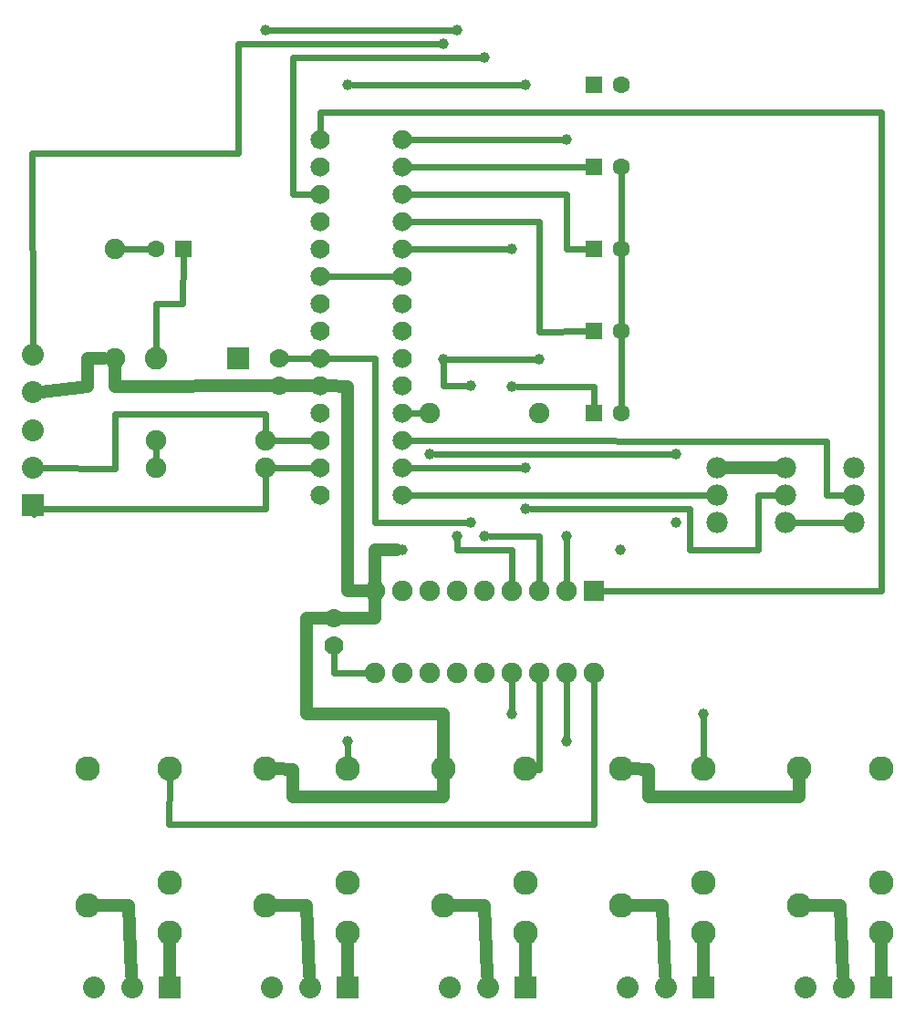
<source format=gbl>
G04 MADE WITH FRITZING*
G04 WWW.FRITZING.ORG*
G04 DOUBLE SIDED*
G04 HOLES PLATED*
G04 CONTOUR ON CENTER OF CONTOUR VECTOR*
%ASAXBY*%
%FSLAX23Y23*%
%MOIN*%
%OFA0B0*%
%SFA1.0B1.0*%
%ADD10C,0.039370*%
%ADD11C,0.070000*%
%ADD12C,0.075000*%
%ADD13C,0.078000*%
%ADD14C,0.080000*%
%ADD15C,0.062992*%
%ADD16C,0.082000*%
%ADD17C,0.090000*%
%ADD18R,0.075000X0.075000*%
%ADD19R,0.080000X0.080000*%
%ADD20R,0.062992X0.062992*%
%ADD21R,0.082000X0.082000*%
%ADD22C,0.024000*%
%ADD23C,0.048000*%
%ADD24R,0.001000X0.001000*%
%LNCOPPER0*%
G90*
G70*
G54D10*
X2495Y2183D03*
X1595Y2183D03*
X1744Y2432D03*
X1746Y1932D03*
X1896Y2431D03*
X1896Y2932D03*
X1644Y2531D03*
X1644Y3683D03*
X994Y3734D03*
X1997Y2531D03*
G54D11*
X1195Y3332D03*
X1495Y2132D03*
X1195Y3232D03*
X1495Y2032D03*
X1195Y3132D03*
X1195Y3032D03*
X1195Y2932D03*
X1195Y2832D03*
X1195Y2032D03*
X1195Y2132D03*
X1195Y2232D03*
X1195Y2332D03*
X1195Y2732D03*
X1195Y2532D03*
X1195Y2632D03*
X1195Y2432D03*
X1495Y2532D03*
X1495Y2432D03*
X1495Y2332D03*
X1495Y2232D03*
X1495Y2732D03*
X1495Y2632D03*
X1495Y3132D03*
X1495Y3032D03*
X1495Y2932D03*
X1495Y2832D03*
X1495Y3332D03*
X1495Y3232D03*
G54D12*
X2195Y1682D03*
X2195Y1382D03*
X2095Y1682D03*
X2095Y1382D03*
X1995Y1682D03*
X1995Y1382D03*
X1895Y1682D03*
X1895Y1382D03*
X1795Y1682D03*
X1795Y1382D03*
X1695Y1682D03*
X1695Y1382D03*
X1595Y1682D03*
X1595Y1382D03*
X1495Y1682D03*
X1495Y1382D03*
X1395Y1682D03*
X1395Y1382D03*
G54D13*
X2645Y2132D03*
X2645Y2032D03*
X2645Y1932D03*
X2895Y2132D03*
X2895Y2032D03*
X2895Y1932D03*
X3145Y2132D03*
X3145Y2032D03*
X3145Y1932D03*
G54D14*
X145Y1995D03*
X145Y2132D03*
X145Y2270D03*
X145Y2408D03*
X145Y2546D03*
G54D11*
X1045Y2532D03*
X1045Y2432D03*
G54D12*
X445Y2532D03*
X445Y2932D03*
G54D15*
X694Y2932D03*
X595Y2932D03*
G54D11*
X1245Y1482D03*
X1245Y1583D03*
G54D12*
X995Y2232D03*
X595Y2232D03*
X995Y2132D03*
X595Y2132D03*
G54D16*
X895Y2532D03*
X597Y2532D03*
G54D12*
X1995Y2332D03*
X1595Y2332D03*
G54D17*
X345Y532D03*
X645Y1032D03*
X345Y1032D03*
X645Y432D03*
X645Y617D03*
X995Y532D03*
X1295Y1032D03*
X995Y1032D03*
X1295Y432D03*
X1295Y617D03*
X1645Y532D03*
X1945Y1032D03*
X1645Y1032D03*
X1945Y432D03*
X1945Y617D03*
X2295Y532D03*
X2595Y1032D03*
X2295Y1032D03*
X2595Y432D03*
X2595Y617D03*
X2945Y532D03*
X3245Y1032D03*
X2945Y1032D03*
X3245Y432D03*
X3245Y617D03*
G54D15*
X2197Y3532D03*
X2295Y3532D03*
X2197Y3232D03*
X2295Y3232D03*
X2197Y2932D03*
X2295Y2932D03*
X2197Y2632D03*
X2295Y2632D03*
X2197Y2332D03*
X2295Y2332D03*
G54D14*
X645Y232D03*
X508Y232D03*
X370Y232D03*
X1295Y232D03*
X1158Y232D03*
X1020Y232D03*
X1945Y232D03*
X1808Y232D03*
X1670Y232D03*
X2595Y232D03*
X2458Y232D03*
X2320Y232D03*
X3245Y232D03*
X3108Y232D03*
X2970Y232D03*
G54D10*
X1295Y1132D03*
X2097Y1132D03*
X1896Y1232D03*
X2594Y1232D03*
X1947Y1984D03*
X2494Y1934D03*
X1947Y2134D03*
X1495Y1834D03*
X2293Y1834D03*
X2097Y1884D03*
X2097Y3333D03*
X1947Y3534D03*
X1295Y3534D03*
X1796Y3634D03*
X1796Y1884D03*
X1696Y1884D03*
X1696Y3734D03*
G54D18*
X2195Y1682D03*
G54D19*
X145Y1995D03*
G54D20*
X694Y2932D03*
G54D21*
X896Y2532D03*
G54D20*
X2197Y3532D03*
X2197Y3232D03*
X2197Y2932D03*
X2197Y2632D03*
X2197Y2332D03*
G54D19*
X645Y232D03*
X1295Y232D03*
X1945Y232D03*
X2595Y232D03*
X3245Y232D03*
G54D22*
X2476Y2183D02*
X1614Y2183D01*
D02*
X1395Y2532D02*
X1221Y2532D01*
D02*
X1644Y2432D02*
X1725Y2432D01*
D02*
X1727Y1932D02*
X1395Y1932D01*
D02*
X1395Y1932D02*
X1395Y2532D01*
D02*
X1644Y2512D02*
X1644Y2432D01*
D02*
X143Y3283D02*
X145Y2577D01*
D02*
X1625Y3683D02*
X896Y3683D01*
D02*
X1978Y2531D02*
X1663Y2531D01*
D02*
X896Y3683D02*
X896Y3283D01*
D02*
X896Y3283D02*
X143Y3283D01*
D02*
X1521Y2332D02*
X1567Y2332D01*
D02*
X2078Y3333D02*
X1521Y3332D01*
D02*
X1521Y3232D02*
X2170Y3232D01*
D02*
X2295Y2959D02*
X2295Y3205D01*
D02*
X2295Y2659D02*
X2295Y2905D01*
D02*
X2295Y2359D02*
X2295Y2605D01*
G54D23*
D02*
X2675Y2132D02*
X2865Y2132D01*
G54D22*
D02*
X2925Y1932D02*
X3115Y1932D01*
D02*
X2097Y3133D02*
X1521Y3132D01*
D02*
X2097Y2932D02*
X2097Y3133D01*
D02*
X2170Y2932D02*
X2097Y2932D01*
D02*
X1997Y3032D02*
X1521Y3032D01*
D02*
X1997Y2631D02*
X1997Y3032D01*
D02*
X2170Y2632D02*
X1997Y2631D01*
D02*
X1877Y2932D02*
X1521Y2932D01*
D02*
X2197Y2431D02*
X1915Y2431D01*
D02*
X2197Y2359D02*
X2197Y2431D01*
D02*
X1024Y2232D02*
X1169Y2232D01*
D02*
X1169Y2132D02*
X1024Y2132D01*
G54D23*
D02*
X1169Y2432D02*
X1071Y2432D01*
G54D22*
D02*
X1169Y2532D02*
X1071Y2532D01*
D02*
X474Y2932D02*
X568Y2932D01*
D02*
X597Y2732D02*
X597Y2564D01*
D02*
X693Y2732D02*
X597Y2732D01*
D02*
X694Y2905D02*
X693Y2732D01*
G54D23*
D02*
X345Y2431D02*
X176Y2411D01*
D02*
X345Y2534D02*
X345Y2431D01*
D02*
X406Y2533D02*
X345Y2534D01*
G54D22*
D02*
X146Y1984D02*
X148Y1964D01*
D02*
X994Y1984D02*
X146Y1984D01*
D02*
X995Y2104D02*
X994Y1984D01*
G54D23*
D02*
X447Y2431D02*
X1019Y2432D01*
D02*
X446Y2504D02*
X447Y2431D01*
G54D22*
D02*
X595Y2204D02*
X595Y2161D01*
D02*
X446Y2131D02*
X176Y2132D01*
D02*
X447Y2331D02*
X446Y2131D01*
D02*
X994Y2331D02*
X447Y2331D01*
D02*
X995Y2261D02*
X994Y2331D01*
G54D23*
D02*
X1395Y1583D02*
X1395Y1654D01*
D02*
X1271Y1583D02*
X1395Y1583D01*
D02*
X1145Y1584D02*
X1219Y1583D01*
D02*
X1646Y1232D02*
X1145Y1232D01*
D02*
X1145Y1232D02*
X1145Y1584D01*
D02*
X1645Y1069D02*
X1646Y1232D01*
G54D22*
D02*
X1245Y1382D02*
X1245Y1456D01*
D02*
X1367Y1382D02*
X1245Y1382D01*
G54D23*
D02*
X1646Y931D02*
X1646Y996D01*
D02*
X1094Y931D02*
X1646Y931D01*
D02*
X1094Y1031D02*
X1094Y931D01*
D02*
X1032Y1032D02*
X1094Y1031D01*
D02*
X2394Y1031D02*
X2332Y1032D01*
D02*
X2945Y931D02*
X2394Y931D01*
D02*
X2394Y931D02*
X2394Y1031D01*
D02*
X2945Y996D02*
X2945Y931D01*
D02*
X3245Y275D02*
X3245Y385D01*
D02*
X3095Y534D02*
X3106Y275D01*
D02*
X2993Y533D02*
X3095Y534D01*
D02*
X2595Y275D02*
X2595Y385D01*
D02*
X2444Y534D02*
X2456Y275D01*
D02*
X2343Y533D02*
X2444Y534D01*
D02*
X1945Y275D02*
X1945Y385D01*
D02*
X1796Y534D02*
X1806Y275D01*
D02*
X1693Y533D02*
X1796Y534D01*
D02*
X1295Y1683D02*
X1367Y1683D01*
D02*
X1295Y2431D02*
X1295Y1683D01*
D02*
X1221Y2432D02*
X1295Y2431D01*
D02*
X1295Y275D02*
X1295Y385D01*
D02*
X645Y275D02*
X645Y385D01*
D02*
X1145Y534D02*
X1156Y275D01*
D02*
X1043Y533D02*
X1145Y534D01*
D02*
X497Y534D02*
X506Y275D01*
D02*
X393Y533D02*
X497Y534D01*
G54D22*
D02*
X1997Y1031D02*
X1995Y1354D01*
D02*
X1982Y1032D02*
X1997Y1031D01*
D02*
X1896Y1251D02*
X1896Y1354D01*
D02*
X2595Y1069D02*
X2594Y1213D01*
D02*
X2097Y1151D02*
X2096Y1354D01*
D02*
X1295Y1069D02*
X1295Y1113D01*
D02*
X2197Y831D02*
X2195Y1354D01*
D02*
X643Y831D02*
X2197Y831D01*
D02*
X645Y996D02*
X643Y831D01*
D02*
X2096Y1711D02*
X2097Y1865D01*
D02*
X1521Y2232D02*
X3045Y2230D01*
D02*
X3045Y2230D02*
X3045Y2034D01*
D02*
X3045Y2034D02*
X3115Y2033D01*
D02*
X1521Y2032D02*
X2615Y2032D01*
D02*
X2795Y1834D02*
X2545Y1834D01*
D02*
X2545Y1834D02*
X2544Y1984D01*
D02*
X2795Y2034D02*
X2795Y1834D01*
D02*
X2544Y1984D02*
X1966Y1984D01*
D02*
X2865Y2033D02*
X2795Y2034D01*
D02*
X1928Y2134D02*
X1521Y2132D01*
D02*
X1469Y2832D02*
X1221Y2832D01*
G54D23*
D02*
X1394Y1833D02*
X1476Y1833D01*
D02*
X1395Y1711D02*
X1394Y1833D01*
G54D22*
D02*
X1195Y3433D02*
X3246Y3433D01*
D02*
X3246Y3433D02*
X3246Y1683D01*
D02*
X1195Y3358D02*
X1195Y3433D01*
D02*
X3246Y1683D02*
X2224Y1682D01*
D02*
X1997Y1884D02*
X1996Y1711D01*
D02*
X1815Y1884D02*
X1997Y1884D01*
D02*
X1094Y3634D02*
X1777Y3634D01*
D02*
X1094Y3133D02*
X1094Y3634D01*
D02*
X1169Y3132D02*
X1094Y3133D01*
D02*
X1928Y3534D02*
X1314Y3534D01*
D02*
X1896Y1834D02*
X1896Y1711D01*
D02*
X1696Y1865D02*
X1696Y1833D01*
D02*
X1013Y3734D02*
X1677Y3734D01*
D02*
X1696Y1834D02*
X1896Y1834D01*
G54D24*
X1189Y3367D02*
X1200Y3367D01*
X1489Y3367D02*
X1500Y3367D01*
X1185Y3366D02*
X1204Y3366D01*
X1485Y3366D02*
X1504Y3366D01*
X1182Y3365D02*
X1207Y3365D01*
X1482Y3365D02*
X1507Y3365D01*
X1180Y3364D02*
X1209Y3364D01*
X1480Y3364D02*
X1509Y3364D01*
X1178Y3363D02*
X1211Y3363D01*
X1478Y3363D02*
X1511Y3363D01*
X1176Y3362D02*
X1213Y3362D01*
X1476Y3362D02*
X1513Y3362D01*
X1175Y3361D02*
X1215Y3361D01*
X1475Y3361D02*
X1515Y3361D01*
X1173Y3360D02*
X1216Y3360D01*
X1473Y3360D02*
X1516Y3360D01*
X1172Y3359D02*
X1217Y3359D01*
X1472Y3359D02*
X1517Y3359D01*
X1171Y3358D02*
X1218Y3358D01*
X1471Y3358D02*
X1518Y3358D01*
X1170Y3357D02*
X1219Y3357D01*
X1470Y3357D02*
X1519Y3357D01*
X1169Y3356D02*
X1220Y3356D01*
X1469Y3356D02*
X1520Y3356D01*
X1168Y3355D02*
X1221Y3355D01*
X1468Y3355D02*
X1521Y3355D01*
X1168Y3354D02*
X1222Y3354D01*
X1468Y3354D02*
X1522Y3354D01*
X1167Y3353D02*
X1223Y3353D01*
X1467Y3353D02*
X1523Y3353D01*
X1166Y3352D02*
X1223Y3352D01*
X1466Y3352D02*
X1523Y3352D01*
X1166Y3351D02*
X1224Y3351D01*
X1466Y3351D02*
X1524Y3351D01*
X1165Y3350D02*
X1224Y3350D01*
X1465Y3350D02*
X1524Y3350D01*
X1164Y3349D02*
X1225Y3349D01*
X1464Y3349D02*
X1525Y3349D01*
X1164Y3348D02*
X1225Y3348D01*
X1464Y3348D02*
X1525Y3348D01*
X1164Y3347D02*
X1189Y3347D01*
X1200Y3347D02*
X1226Y3347D01*
X1464Y3347D02*
X1489Y3347D01*
X1500Y3347D02*
X1526Y3347D01*
X1163Y3346D02*
X1187Y3346D01*
X1202Y3346D02*
X1226Y3346D01*
X1463Y3346D02*
X1487Y3346D01*
X1502Y3346D02*
X1526Y3346D01*
X1163Y3345D02*
X1186Y3345D01*
X1204Y3345D02*
X1227Y3345D01*
X1463Y3345D02*
X1486Y3345D01*
X1504Y3345D02*
X1527Y3345D01*
X1162Y3344D02*
X1184Y3344D01*
X1205Y3344D02*
X1227Y3344D01*
X1462Y3344D02*
X1484Y3344D01*
X1505Y3344D02*
X1527Y3344D01*
X1162Y3343D02*
X1183Y3343D01*
X1206Y3343D02*
X1228Y3343D01*
X1462Y3343D02*
X1483Y3343D01*
X1506Y3343D02*
X1527Y3343D01*
X1162Y3342D02*
X1183Y3342D01*
X1207Y3342D02*
X1228Y3342D01*
X1462Y3342D02*
X1483Y3342D01*
X1507Y3342D02*
X1528Y3342D01*
X1161Y3341D02*
X1182Y3341D01*
X1208Y3341D02*
X1228Y3341D01*
X1461Y3341D02*
X1482Y3341D01*
X1508Y3341D02*
X1528Y3341D01*
X1161Y3340D02*
X1181Y3340D01*
X1208Y3340D02*
X1228Y3340D01*
X1461Y3340D02*
X1481Y3340D01*
X1508Y3340D02*
X1528Y3340D01*
X1161Y3339D02*
X1180Y3339D01*
X1209Y3339D02*
X1229Y3339D01*
X1461Y3339D02*
X1480Y3339D01*
X1509Y3339D02*
X1529Y3339D01*
X1161Y3338D02*
X1180Y3338D01*
X1209Y3338D02*
X1229Y3338D01*
X1461Y3338D02*
X1480Y3338D01*
X1509Y3338D02*
X1529Y3338D01*
X1161Y3337D02*
X1180Y3337D01*
X1210Y3337D02*
X1229Y3337D01*
X1461Y3337D02*
X1480Y3337D01*
X1510Y3337D02*
X1529Y3337D01*
X1160Y3336D02*
X1180Y3336D01*
X1210Y3336D02*
X1229Y3336D01*
X1460Y3336D02*
X1480Y3336D01*
X1510Y3336D02*
X1529Y3336D01*
X1160Y3335D02*
X1179Y3335D01*
X1210Y3335D02*
X1229Y3335D01*
X1460Y3335D02*
X1479Y3335D01*
X1510Y3335D02*
X1529Y3335D01*
X1160Y3334D02*
X1179Y3334D01*
X1210Y3334D02*
X1229Y3334D01*
X1460Y3334D02*
X1479Y3334D01*
X1510Y3334D02*
X1529Y3334D01*
X1160Y3333D02*
X1179Y3333D01*
X1210Y3333D02*
X1229Y3333D01*
X1460Y3333D02*
X1479Y3333D01*
X1510Y3333D02*
X1529Y3333D01*
X1160Y3332D02*
X1179Y3332D01*
X1210Y3332D02*
X1229Y3332D01*
X1460Y3332D02*
X1479Y3332D01*
X1510Y3332D02*
X1529Y3332D01*
X1160Y3331D02*
X1179Y3331D01*
X1210Y3331D02*
X1229Y3331D01*
X1460Y3331D02*
X1479Y3331D01*
X1510Y3331D02*
X1529Y3331D01*
X1160Y3330D02*
X1179Y3330D01*
X1210Y3330D02*
X1229Y3330D01*
X1460Y3330D02*
X1479Y3330D01*
X1510Y3330D02*
X1529Y3330D01*
X1160Y3329D02*
X1180Y3329D01*
X1210Y3329D02*
X1229Y3329D01*
X1460Y3329D02*
X1480Y3329D01*
X1510Y3329D02*
X1529Y3329D01*
X1161Y3328D02*
X1180Y3328D01*
X1210Y3328D02*
X1229Y3328D01*
X1461Y3328D02*
X1480Y3328D01*
X1510Y3328D02*
X1529Y3328D01*
X1161Y3327D02*
X1180Y3327D01*
X1209Y3327D02*
X1229Y3327D01*
X1461Y3327D02*
X1480Y3327D01*
X1509Y3327D02*
X1529Y3327D01*
X1161Y3326D02*
X1181Y3326D01*
X1209Y3326D02*
X1228Y3326D01*
X1461Y3326D02*
X1481Y3326D01*
X1509Y3326D02*
X1528Y3326D01*
X1161Y3325D02*
X1181Y3325D01*
X1208Y3325D02*
X1228Y3325D01*
X1461Y3325D02*
X1481Y3325D01*
X1508Y3325D02*
X1528Y3325D01*
X1162Y3324D02*
X1182Y3324D01*
X1208Y3324D02*
X1228Y3324D01*
X1462Y3324D02*
X1482Y3324D01*
X1508Y3324D02*
X1528Y3324D01*
X1162Y3323D02*
X1183Y3323D01*
X1207Y3323D02*
X1228Y3323D01*
X1462Y3323D02*
X1483Y3323D01*
X1507Y3323D02*
X1528Y3323D01*
X1162Y3322D02*
X1184Y3322D01*
X1206Y3322D02*
X1227Y3322D01*
X1462Y3322D02*
X1484Y3322D01*
X1506Y3322D02*
X1527Y3322D01*
X1162Y3321D02*
X1185Y3321D01*
X1205Y3321D02*
X1227Y3321D01*
X1462Y3321D02*
X1485Y3321D01*
X1505Y3321D02*
X1527Y3321D01*
X1163Y3320D02*
X1186Y3320D01*
X1203Y3320D02*
X1227Y3320D01*
X1463Y3320D02*
X1486Y3320D01*
X1503Y3320D02*
X1527Y3320D01*
X1163Y3319D02*
X1188Y3319D01*
X1202Y3319D02*
X1226Y3319D01*
X1463Y3319D02*
X1488Y3319D01*
X1502Y3319D02*
X1526Y3319D01*
X1164Y3318D02*
X1191Y3318D01*
X1199Y3318D02*
X1226Y3318D01*
X1464Y3318D02*
X1491Y3318D01*
X1499Y3318D02*
X1526Y3318D01*
X1164Y3317D02*
X1225Y3317D01*
X1464Y3317D02*
X1525Y3317D01*
X1165Y3316D02*
X1225Y3316D01*
X1465Y3316D02*
X1525Y3316D01*
X1165Y3315D02*
X1224Y3315D01*
X1465Y3315D02*
X1524Y3315D01*
X1166Y3314D02*
X1224Y3314D01*
X1466Y3314D02*
X1524Y3314D01*
X1166Y3313D02*
X1223Y3313D01*
X1466Y3313D02*
X1523Y3313D01*
X1167Y3312D02*
X1222Y3312D01*
X1467Y3312D02*
X1522Y3312D01*
X1168Y3311D02*
X1222Y3311D01*
X1468Y3311D02*
X1522Y3311D01*
X1169Y3310D02*
X1221Y3310D01*
X1469Y3310D02*
X1521Y3310D01*
X1170Y3309D02*
X1220Y3309D01*
X1470Y3309D02*
X1520Y3309D01*
X1170Y3308D02*
X1219Y3308D01*
X1470Y3308D02*
X1519Y3308D01*
X1172Y3307D02*
X1218Y3307D01*
X1472Y3307D02*
X1518Y3307D01*
X1173Y3306D02*
X1217Y3306D01*
X1473Y3306D02*
X1517Y3306D01*
X1174Y3305D02*
X1215Y3305D01*
X1474Y3305D02*
X1515Y3305D01*
X1175Y3304D02*
X1214Y3304D01*
X1475Y3304D02*
X1514Y3304D01*
X1177Y3303D02*
X1212Y3303D01*
X1477Y3303D02*
X1512Y3303D01*
X1179Y3302D02*
X1211Y3302D01*
X1479Y3302D02*
X1511Y3302D01*
X1181Y3301D02*
X1209Y3301D01*
X1481Y3301D02*
X1509Y3301D01*
X1183Y3300D02*
X1206Y3300D01*
X1483Y3300D02*
X1506Y3300D01*
X1186Y3299D02*
X1203Y3299D01*
X1486Y3299D02*
X1503Y3299D01*
X1191Y3298D02*
X1198Y3298D01*
X1491Y3298D02*
X1498Y3298D01*
X1189Y3267D02*
X1201Y3267D01*
X1489Y3267D02*
X1500Y3267D01*
X1185Y3266D02*
X1204Y3266D01*
X1485Y3266D02*
X1504Y3266D01*
X1182Y3265D02*
X1207Y3265D01*
X1482Y3265D02*
X1507Y3265D01*
X1180Y3264D02*
X1209Y3264D01*
X1480Y3264D02*
X1509Y3264D01*
X1178Y3263D02*
X1211Y3263D01*
X1478Y3263D02*
X1511Y3263D01*
X1176Y3262D02*
X1213Y3262D01*
X1476Y3262D02*
X1513Y3262D01*
X1175Y3261D02*
X1215Y3261D01*
X1475Y3261D02*
X1515Y3261D01*
X1173Y3260D02*
X1216Y3260D01*
X1473Y3260D02*
X1516Y3260D01*
X1172Y3259D02*
X1217Y3259D01*
X1472Y3259D02*
X1517Y3259D01*
X1171Y3258D02*
X1218Y3258D01*
X1471Y3258D02*
X1518Y3258D01*
X1170Y3257D02*
X1219Y3257D01*
X1470Y3257D02*
X1519Y3257D01*
X1169Y3256D02*
X1220Y3256D01*
X1469Y3256D02*
X1520Y3256D01*
X1168Y3255D02*
X1221Y3255D01*
X1468Y3255D02*
X1521Y3255D01*
X1168Y3254D02*
X1222Y3254D01*
X1468Y3254D02*
X1522Y3254D01*
X1167Y3253D02*
X1223Y3253D01*
X1467Y3253D02*
X1523Y3253D01*
X1166Y3252D02*
X1223Y3252D01*
X1466Y3252D02*
X1523Y3252D01*
X1166Y3251D02*
X1224Y3251D01*
X1466Y3251D02*
X1524Y3251D01*
X1165Y3250D02*
X1224Y3250D01*
X1465Y3250D02*
X1524Y3250D01*
X1164Y3249D02*
X1225Y3249D01*
X1464Y3249D02*
X1525Y3249D01*
X1164Y3248D02*
X1225Y3248D01*
X1464Y3248D02*
X1525Y3248D01*
X1164Y3247D02*
X1189Y3247D01*
X1200Y3247D02*
X1226Y3247D01*
X1464Y3247D02*
X1489Y3247D01*
X1500Y3247D02*
X1526Y3247D01*
X1163Y3246D02*
X1187Y3246D01*
X1202Y3246D02*
X1226Y3246D01*
X1463Y3246D02*
X1487Y3246D01*
X1502Y3246D02*
X1526Y3246D01*
X1163Y3245D02*
X1186Y3245D01*
X1204Y3245D02*
X1227Y3245D01*
X1463Y3245D02*
X1486Y3245D01*
X1504Y3245D02*
X1527Y3245D01*
X1162Y3244D02*
X1184Y3244D01*
X1205Y3244D02*
X1227Y3244D01*
X1462Y3244D02*
X1484Y3244D01*
X1505Y3244D02*
X1527Y3244D01*
X1162Y3243D02*
X1183Y3243D01*
X1206Y3243D02*
X1228Y3243D01*
X1462Y3243D02*
X1483Y3243D01*
X1506Y3243D02*
X1527Y3243D01*
X1162Y3242D02*
X1183Y3242D01*
X1207Y3242D02*
X1228Y3242D01*
X1462Y3242D02*
X1483Y3242D01*
X1507Y3242D02*
X1528Y3242D01*
X1161Y3241D02*
X1182Y3241D01*
X1208Y3241D02*
X1228Y3241D01*
X1461Y3241D02*
X1482Y3241D01*
X1508Y3241D02*
X1528Y3241D01*
X1161Y3240D02*
X1181Y3240D01*
X1208Y3240D02*
X1228Y3240D01*
X1461Y3240D02*
X1481Y3240D01*
X1508Y3240D02*
X1528Y3240D01*
X1161Y3239D02*
X1180Y3239D01*
X1209Y3239D02*
X1229Y3239D01*
X1461Y3239D02*
X1480Y3239D01*
X1509Y3239D02*
X1529Y3239D01*
X1161Y3238D02*
X1180Y3238D01*
X1209Y3238D02*
X1229Y3238D01*
X1461Y3238D02*
X1480Y3238D01*
X1509Y3238D02*
X1529Y3238D01*
X1161Y3237D02*
X1180Y3237D01*
X1210Y3237D02*
X1229Y3237D01*
X1461Y3237D02*
X1480Y3237D01*
X1510Y3237D02*
X1529Y3237D01*
X1160Y3236D02*
X1180Y3236D01*
X1210Y3236D02*
X1229Y3236D01*
X1460Y3236D02*
X1480Y3236D01*
X1510Y3236D02*
X1529Y3236D01*
X1160Y3235D02*
X1179Y3235D01*
X1210Y3235D02*
X1229Y3235D01*
X1460Y3235D02*
X1479Y3235D01*
X1510Y3235D02*
X1529Y3235D01*
X1160Y3234D02*
X1179Y3234D01*
X1210Y3234D02*
X1229Y3234D01*
X1460Y3234D02*
X1479Y3234D01*
X1510Y3234D02*
X1529Y3234D01*
X1160Y3233D02*
X1179Y3233D01*
X1210Y3233D02*
X1229Y3233D01*
X1460Y3233D02*
X1479Y3233D01*
X1510Y3233D02*
X1529Y3233D01*
X1160Y3232D02*
X1179Y3232D01*
X1210Y3232D02*
X1229Y3232D01*
X1460Y3232D02*
X1479Y3232D01*
X1510Y3232D02*
X1529Y3232D01*
X1160Y3231D02*
X1179Y3231D01*
X1210Y3231D02*
X1229Y3231D01*
X1460Y3231D02*
X1479Y3231D01*
X1510Y3231D02*
X1529Y3231D01*
X1160Y3230D02*
X1179Y3230D01*
X1210Y3230D02*
X1229Y3230D01*
X1460Y3230D02*
X1479Y3230D01*
X1510Y3230D02*
X1529Y3230D01*
X1160Y3229D02*
X1180Y3229D01*
X1210Y3229D02*
X1229Y3229D01*
X1460Y3229D02*
X1480Y3229D01*
X1510Y3229D02*
X1529Y3229D01*
X1161Y3228D02*
X1180Y3228D01*
X1210Y3228D02*
X1229Y3228D01*
X1461Y3228D02*
X1480Y3228D01*
X1510Y3228D02*
X1529Y3228D01*
X1161Y3227D02*
X1180Y3227D01*
X1209Y3227D02*
X1229Y3227D01*
X1461Y3227D02*
X1480Y3227D01*
X1509Y3227D02*
X1529Y3227D01*
X1161Y3226D02*
X1181Y3226D01*
X1209Y3226D02*
X1228Y3226D01*
X1461Y3226D02*
X1481Y3226D01*
X1509Y3226D02*
X1528Y3226D01*
X1161Y3225D02*
X1181Y3225D01*
X1208Y3225D02*
X1228Y3225D01*
X1461Y3225D02*
X1481Y3225D01*
X1508Y3225D02*
X1528Y3225D01*
X1162Y3224D02*
X1182Y3224D01*
X1208Y3224D02*
X1228Y3224D01*
X1462Y3224D02*
X1482Y3224D01*
X1508Y3224D02*
X1528Y3224D01*
X1162Y3223D02*
X1183Y3223D01*
X1207Y3223D02*
X1228Y3223D01*
X1462Y3223D02*
X1483Y3223D01*
X1507Y3223D02*
X1528Y3223D01*
X1162Y3222D02*
X1184Y3222D01*
X1206Y3222D02*
X1227Y3222D01*
X1462Y3222D02*
X1484Y3222D01*
X1506Y3222D02*
X1527Y3222D01*
X1162Y3221D02*
X1185Y3221D01*
X1205Y3221D02*
X1227Y3221D01*
X1462Y3221D02*
X1485Y3221D01*
X1505Y3221D02*
X1527Y3221D01*
X1163Y3220D02*
X1186Y3220D01*
X1203Y3220D02*
X1227Y3220D01*
X1463Y3220D02*
X1486Y3220D01*
X1503Y3220D02*
X1527Y3220D01*
X1163Y3219D02*
X1188Y3219D01*
X1202Y3219D02*
X1226Y3219D01*
X1463Y3219D02*
X1488Y3219D01*
X1502Y3219D02*
X1526Y3219D01*
X1164Y3218D02*
X1191Y3218D01*
X1199Y3218D02*
X1226Y3218D01*
X1464Y3218D02*
X1491Y3218D01*
X1499Y3218D02*
X1526Y3218D01*
X1164Y3217D02*
X1225Y3217D01*
X1464Y3217D02*
X1525Y3217D01*
X1165Y3216D02*
X1225Y3216D01*
X1465Y3216D02*
X1525Y3216D01*
X1165Y3215D02*
X1224Y3215D01*
X1465Y3215D02*
X1524Y3215D01*
X1166Y3214D02*
X1224Y3214D01*
X1466Y3214D02*
X1524Y3214D01*
X1166Y3213D02*
X1223Y3213D01*
X1466Y3213D02*
X1523Y3213D01*
X1167Y3212D02*
X1222Y3212D01*
X1467Y3212D02*
X1522Y3212D01*
X1168Y3211D02*
X1222Y3211D01*
X1468Y3211D02*
X1522Y3211D01*
X1169Y3210D02*
X1221Y3210D01*
X1469Y3210D02*
X1521Y3210D01*
X1170Y3209D02*
X1220Y3209D01*
X1470Y3209D02*
X1520Y3209D01*
X1170Y3208D02*
X1219Y3208D01*
X1470Y3208D02*
X1519Y3208D01*
X1172Y3207D02*
X1218Y3207D01*
X1472Y3207D02*
X1518Y3207D01*
X1173Y3206D02*
X1217Y3206D01*
X1473Y3206D02*
X1517Y3206D01*
X1174Y3205D02*
X1215Y3205D01*
X1474Y3205D02*
X1515Y3205D01*
X1175Y3204D02*
X1214Y3204D01*
X1475Y3204D02*
X1514Y3204D01*
X1177Y3203D02*
X1212Y3203D01*
X1477Y3203D02*
X1512Y3203D01*
X1179Y3202D02*
X1211Y3202D01*
X1479Y3202D02*
X1511Y3202D01*
X1181Y3201D02*
X1209Y3201D01*
X1481Y3201D02*
X1509Y3201D01*
X1183Y3200D02*
X1206Y3200D01*
X1483Y3200D02*
X1506Y3200D01*
X1186Y3199D02*
X1203Y3199D01*
X1486Y3199D02*
X1503Y3199D01*
X1191Y3198D02*
X1198Y3198D01*
X1491Y3198D02*
X1498Y3198D01*
X1189Y3167D02*
X1201Y3167D01*
X1489Y3167D02*
X1501Y3167D01*
X1185Y3166D02*
X1204Y3166D01*
X1485Y3166D02*
X1504Y3166D01*
X1182Y3165D02*
X1207Y3165D01*
X1482Y3165D02*
X1507Y3165D01*
X1180Y3164D02*
X1209Y3164D01*
X1480Y3164D02*
X1509Y3164D01*
X1178Y3163D02*
X1211Y3163D01*
X1478Y3163D02*
X1511Y3163D01*
X1176Y3162D02*
X1213Y3162D01*
X1476Y3162D02*
X1513Y3162D01*
X1175Y3161D02*
X1215Y3161D01*
X1475Y3161D02*
X1515Y3161D01*
X1173Y3160D02*
X1216Y3160D01*
X1473Y3160D02*
X1516Y3160D01*
X1172Y3159D02*
X1217Y3159D01*
X1472Y3159D02*
X1517Y3159D01*
X1171Y3158D02*
X1218Y3158D01*
X1471Y3158D02*
X1518Y3158D01*
X1170Y3157D02*
X1219Y3157D01*
X1470Y3157D02*
X1519Y3157D01*
X1169Y3156D02*
X1220Y3156D01*
X1469Y3156D02*
X1520Y3156D01*
X1168Y3155D02*
X1221Y3155D01*
X1468Y3155D02*
X1521Y3155D01*
X1168Y3154D02*
X1222Y3154D01*
X1468Y3154D02*
X1522Y3154D01*
X1167Y3153D02*
X1223Y3153D01*
X1467Y3153D02*
X1523Y3153D01*
X1166Y3152D02*
X1223Y3152D01*
X1466Y3152D02*
X1523Y3152D01*
X1166Y3151D02*
X1224Y3151D01*
X1466Y3151D02*
X1524Y3151D01*
X1165Y3150D02*
X1224Y3150D01*
X1465Y3150D02*
X1524Y3150D01*
X1164Y3149D02*
X1225Y3149D01*
X1464Y3149D02*
X1525Y3149D01*
X1164Y3148D02*
X1225Y3148D01*
X1464Y3148D02*
X1525Y3148D01*
X1164Y3147D02*
X1189Y3147D01*
X1200Y3147D02*
X1226Y3147D01*
X1464Y3147D02*
X1489Y3147D01*
X1500Y3147D02*
X1526Y3147D01*
X1163Y3146D02*
X1187Y3146D01*
X1202Y3146D02*
X1226Y3146D01*
X1463Y3146D02*
X1487Y3146D01*
X1502Y3146D02*
X1526Y3146D01*
X1163Y3145D02*
X1186Y3145D01*
X1204Y3145D02*
X1227Y3145D01*
X1463Y3145D02*
X1486Y3145D01*
X1504Y3145D02*
X1527Y3145D01*
X1162Y3144D02*
X1184Y3144D01*
X1205Y3144D02*
X1227Y3144D01*
X1462Y3144D02*
X1484Y3144D01*
X1505Y3144D02*
X1527Y3144D01*
X1162Y3143D02*
X1183Y3143D01*
X1206Y3143D02*
X1228Y3143D01*
X1462Y3143D02*
X1483Y3143D01*
X1506Y3143D02*
X1527Y3143D01*
X1162Y3142D02*
X1183Y3142D01*
X1207Y3142D02*
X1228Y3142D01*
X1462Y3142D02*
X1482Y3142D01*
X1507Y3142D02*
X1528Y3142D01*
X1161Y3141D02*
X1182Y3141D01*
X1208Y3141D02*
X1228Y3141D01*
X1461Y3141D02*
X1482Y3141D01*
X1508Y3141D02*
X1528Y3141D01*
X1161Y3140D02*
X1181Y3140D01*
X1208Y3140D02*
X1228Y3140D01*
X1461Y3140D02*
X1481Y3140D01*
X1508Y3140D02*
X1528Y3140D01*
X1161Y3139D02*
X1180Y3139D01*
X1209Y3139D02*
X1229Y3139D01*
X1461Y3139D02*
X1480Y3139D01*
X1509Y3139D02*
X1529Y3139D01*
X1161Y3138D02*
X1180Y3138D01*
X1209Y3138D02*
X1229Y3138D01*
X1461Y3138D02*
X1480Y3138D01*
X1509Y3138D02*
X1529Y3138D01*
X1161Y3137D02*
X1180Y3137D01*
X1210Y3137D02*
X1229Y3137D01*
X1461Y3137D02*
X1480Y3137D01*
X1510Y3137D02*
X1529Y3137D01*
X1160Y3136D02*
X1180Y3136D01*
X1210Y3136D02*
X1229Y3136D01*
X1460Y3136D02*
X1480Y3136D01*
X1510Y3136D02*
X1529Y3136D01*
X1160Y3135D02*
X1179Y3135D01*
X1210Y3135D02*
X1229Y3135D01*
X1460Y3135D02*
X1479Y3135D01*
X1510Y3135D02*
X1529Y3135D01*
X1160Y3134D02*
X1179Y3134D01*
X1210Y3134D02*
X1229Y3134D01*
X1460Y3134D02*
X1479Y3134D01*
X1510Y3134D02*
X1529Y3134D01*
X1160Y3133D02*
X1179Y3133D01*
X1210Y3133D02*
X1229Y3133D01*
X1460Y3133D02*
X1479Y3133D01*
X1510Y3133D02*
X1529Y3133D01*
X1160Y3132D02*
X1179Y3132D01*
X1210Y3132D02*
X1229Y3132D01*
X1460Y3132D02*
X1479Y3132D01*
X1510Y3132D02*
X1529Y3132D01*
X1160Y3131D02*
X1179Y3131D01*
X1210Y3131D02*
X1229Y3131D01*
X1460Y3131D02*
X1479Y3131D01*
X1510Y3131D02*
X1529Y3131D01*
X1160Y3130D02*
X1179Y3130D01*
X1210Y3130D02*
X1229Y3130D01*
X1460Y3130D02*
X1479Y3130D01*
X1510Y3130D02*
X1529Y3130D01*
X1160Y3129D02*
X1180Y3129D01*
X1210Y3129D02*
X1229Y3129D01*
X1460Y3129D02*
X1480Y3129D01*
X1510Y3129D02*
X1529Y3129D01*
X1161Y3128D02*
X1180Y3128D01*
X1210Y3128D02*
X1229Y3128D01*
X1461Y3128D02*
X1480Y3128D01*
X1510Y3128D02*
X1529Y3128D01*
X1161Y3127D02*
X1180Y3127D01*
X1209Y3127D02*
X1229Y3127D01*
X1461Y3127D02*
X1480Y3127D01*
X1509Y3127D02*
X1529Y3127D01*
X1161Y3126D02*
X1181Y3126D01*
X1209Y3126D02*
X1228Y3126D01*
X1461Y3126D02*
X1481Y3126D01*
X1509Y3126D02*
X1528Y3126D01*
X1161Y3125D02*
X1181Y3125D01*
X1208Y3125D02*
X1228Y3125D01*
X1461Y3125D02*
X1481Y3125D01*
X1508Y3125D02*
X1528Y3125D01*
X1162Y3124D02*
X1182Y3124D01*
X1208Y3124D02*
X1228Y3124D01*
X1462Y3124D02*
X1482Y3124D01*
X1508Y3124D02*
X1528Y3124D01*
X1162Y3123D02*
X1183Y3123D01*
X1207Y3123D02*
X1228Y3123D01*
X1462Y3123D02*
X1483Y3123D01*
X1507Y3123D02*
X1528Y3123D01*
X1162Y3122D02*
X1184Y3122D01*
X1206Y3122D02*
X1227Y3122D01*
X1462Y3122D02*
X1484Y3122D01*
X1506Y3122D02*
X1527Y3122D01*
X1162Y3121D02*
X1185Y3121D01*
X1205Y3121D02*
X1227Y3121D01*
X1462Y3121D02*
X1485Y3121D01*
X1505Y3121D02*
X1527Y3121D01*
X1163Y3120D02*
X1186Y3120D01*
X1203Y3120D02*
X1227Y3120D01*
X1463Y3120D02*
X1486Y3120D01*
X1503Y3120D02*
X1527Y3120D01*
X1163Y3119D02*
X1188Y3119D01*
X1202Y3119D02*
X1226Y3119D01*
X1463Y3119D02*
X1488Y3119D01*
X1502Y3119D02*
X1526Y3119D01*
X1164Y3118D02*
X1191Y3118D01*
X1199Y3118D02*
X1226Y3118D01*
X1464Y3118D02*
X1491Y3118D01*
X1499Y3118D02*
X1526Y3118D01*
X1164Y3117D02*
X1225Y3117D01*
X1464Y3117D02*
X1525Y3117D01*
X1165Y3116D02*
X1225Y3116D01*
X1465Y3116D02*
X1525Y3116D01*
X1165Y3115D02*
X1224Y3115D01*
X1465Y3115D02*
X1524Y3115D01*
X1166Y3114D02*
X1224Y3114D01*
X1466Y3114D02*
X1524Y3114D01*
X1166Y3113D02*
X1223Y3113D01*
X1466Y3113D02*
X1523Y3113D01*
X1167Y3112D02*
X1222Y3112D01*
X1467Y3112D02*
X1522Y3112D01*
X1168Y3111D02*
X1222Y3111D01*
X1468Y3111D02*
X1522Y3111D01*
X1169Y3110D02*
X1221Y3110D01*
X1469Y3110D02*
X1521Y3110D01*
X1170Y3109D02*
X1220Y3109D01*
X1470Y3109D02*
X1520Y3109D01*
X1170Y3108D02*
X1219Y3108D01*
X1470Y3108D02*
X1519Y3108D01*
X1172Y3107D02*
X1218Y3107D01*
X1472Y3107D02*
X1518Y3107D01*
X1173Y3106D02*
X1217Y3106D01*
X1473Y3106D02*
X1517Y3106D01*
X1174Y3105D02*
X1215Y3105D01*
X1474Y3105D02*
X1515Y3105D01*
X1175Y3104D02*
X1214Y3104D01*
X1475Y3104D02*
X1514Y3104D01*
X1177Y3103D02*
X1212Y3103D01*
X1477Y3103D02*
X1512Y3103D01*
X1179Y3102D02*
X1211Y3102D01*
X1479Y3102D02*
X1511Y3102D01*
X1181Y3101D02*
X1209Y3101D01*
X1481Y3101D02*
X1509Y3101D01*
X1183Y3100D02*
X1206Y3100D01*
X1483Y3100D02*
X1506Y3100D01*
X1186Y3099D02*
X1203Y3099D01*
X1486Y3099D02*
X1503Y3099D01*
X1191Y3098D02*
X1198Y3098D01*
X1491Y3098D02*
X1498Y3098D01*
X1189Y3067D02*
X1201Y3067D01*
X1489Y3067D02*
X1501Y3067D01*
X1185Y3066D02*
X1204Y3066D01*
X1485Y3066D02*
X1504Y3066D01*
X1182Y3065D02*
X1207Y3065D01*
X1482Y3065D02*
X1507Y3065D01*
X1180Y3064D02*
X1209Y3064D01*
X1480Y3064D02*
X1509Y3064D01*
X1178Y3063D02*
X1211Y3063D01*
X1478Y3063D02*
X1511Y3063D01*
X1176Y3062D02*
X1213Y3062D01*
X1476Y3062D02*
X1513Y3062D01*
X1175Y3061D02*
X1215Y3061D01*
X1475Y3061D02*
X1515Y3061D01*
X1173Y3060D02*
X1216Y3060D01*
X1473Y3060D02*
X1516Y3060D01*
X1172Y3059D02*
X1217Y3059D01*
X1472Y3059D02*
X1517Y3059D01*
X1171Y3058D02*
X1218Y3058D01*
X1471Y3058D02*
X1518Y3058D01*
X1170Y3057D02*
X1219Y3057D01*
X1470Y3057D02*
X1519Y3057D01*
X1169Y3056D02*
X1220Y3056D01*
X1469Y3056D02*
X1520Y3056D01*
X1168Y3055D02*
X1221Y3055D01*
X1468Y3055D02*
X1521Y3055D01*
X1168Y3054D02*
X1222Y3054D01*
X1468Y3054D02*
X1522Y3054D01*
X1167Y3053D02*
X1223Y3053D01*
X1467Y3053D02*
X1523Y3053D01*
X1166Y3052D02*
X1223Y3052D01*
X1466Y3052D02*
X1523Y3052D01*
X1166Y3051D02*
X1224Y3051D01*
X1466Y3051D02*
X1524Y3051D01*
X1165Y3050D02*
X1224Y3050D01*
X1465Y3050D02*
X1524Y3050D01*
X1164Y3049D02*
X1225Y3049D01*
X1464Y3049D02*
X1525Y3049D01*
X1164Y3048D02*
X1225Y3048D01*
X1464Y3048D02*
X1525Y3048D01*
X1164Y3047D02*
X1189Y3047D01*
X1200Y3047D02*
X1226Y3047D01*
X1464Y3047D02*
X1489Y3047D01*
X1500Y3047D02*
X1526Y3047D01*
X1163Y3046D02*
X1187Y3046D01*
X1202Y3046D02*
X1226Y3046D01*
X1463Y3046D02*
X1487Y3046D01*
X1502Y3046D02*
X1526Y3046D01*
X1163Y3045D02*
X1186Y3045D01*
X1204Y3045D02*
X1227Y3045D01*
X1463Y3045D02*
X1486Y3045D01*
X1504Y3045D02*
X1527Y3045D01*
X1162Y3044D02*
X1184Y3044D01*
X1205Y3044D02*
X1227Y3044D01*
X1462Y3044D02*
X1484Y3044D01*
X1505Y3044D02*
X1527Y3044D01*
X1162Y3043D02*
X1183Y3043D01*
X1206Y3043D02*
X1228Y3043D01*
X1462Y3043D02*
X1483Y3043D01*
X1506Y3043D02*
X1527Y3043D01*
X1162Y3042D02*
X1183Y3042D01*
X1207Y3042D02*
X1228Y3042D01*
X1462Y3042D02*
X1482Y3042D01*
X1507Y3042D02*
X1528Y3042D01*
X1161Y3041D02*
X1182Y3041D01*
X1208Y3041D02*
X1228Y3041D01*
X1461Y3041D02*
X1482Y3041D01*
X1508Y3041D02*
X1528Y3041D01*
X1161Y3040D02*
X1181Y3040D01*
X1208Y3040D02*
X1228Y3040D01*
X1461Y3040D02*
X1481Y3040D01*
X1508Y3040D02*
X1528Y3040D01*
X1161Y3039D02*
X1180Y3039D01*
X1209Y3039D02*
X1229Y3039D01*
X1461Y3039D02*
X1480Y3039D01*
X1509Y3039D02*
X1529Y3039D01*
X1161Y3038D02*
X1180Y3038D01*
X1209Y3038D02*
X1229Y3038D01*
X1461Y3038D02*
X1480Y3038D01*
X1509Y3038D02*
X1529Y3038D01*
X1161Y3037D02*
X1180Y3037D01*
X1210Y3037D02*
X1229Y3037D01*
X1461Y3037D02*
X1480Y3037D01*
X1510Y3037D02*
X1529Y3037D01*
X1160Y3036D02*
X1180Y3036D01*
X1210Y3036D02*
X1229Y3036D01*
X1460Y3036D02*
X1480Y3036D01*
X1510Y3036D02*
X1529Y3036D01*
X1160Y3035D02*
X1179Y3035D01*
X1210Y3035D02*
X1229Y3035D01*
X1460Y3035D02*
X1479Y3035D01*
X1510Y3035D02*
X1529Y3035D01*
X1160Y3034D02*
X1179Y3034D01*
X1210Y3034D02*
X1229Y3034D01*
X1460Y3034D02*
X1479Y3034D01*
X1510Y3034D02*
X1529Y3034D01*
X1160Y3033D02*
X1179Y3033D01*
X1210Y3033D02*
X1229Y3033D01*
X1460Y3033D02*
X1479Y3033D01*
X1510Y3033D02*
X1529Y3033D01*
X1160Y3032D02*
X1179Y3032D01*
X1210Y3032D02*
X1229Y3032D01*
X1460Y3032D02*
X1479Y3032D01*
X1510Y3032D02*
X1529Y3032D01*
X1160Y3031D02*
X1179Y3031D01*
X1210Y3031D02*
X1229Y3031D01*
X1460Y3031D02*
X1479Y3031D01*
X1510Y3031D02*
X1529Y3031D01*
X1160Y3030D02*
X1179Y3030D01*
X1210Y3030D02*
X1229Y3030D01*
X1460Y3030D02*
X1479Y3030D01*
X1510Y3030D02*
X1529Y3030D01*
X1160Y3029D02*
X1180Y3029D01*
X1210Y3029D02*
X1229Y3029D01*
X1460Y3029D02*
X1480Y3029D01*
X1510Y3029D02*
X1529Y3029D01*
X1161Y3028D02*
X1180Y3028D01*
X1210Y3028D02*
X1229Y3028D01*
X1461Y3028D02*
X1480Y3028D01*
X1510Y3028D02*
X1529Y3028D01*
X1161Y3027D02*
X1180Y3027D01*
X1209Y3027D02*
X1229Y3027D01*
X1461Y3027D02*
X1480Y3027D01*
X1509Y3027D02*
X1529Y3027D01*
X1161Y3026D02*
X1181Y3026D01*
X1209Y3026D02*
X1228Y3026D01*
X1461Y3026D02*
X1481Y3026D01*
X1509Y3026D02*
X1528Y3026D01*
X1161Y3025D02*
X1181Y3025D01*
X1208Y3025D02*
X1228Y3025D01*
X1461Y3025D02*
X1481Y3025D01*
X1508Y3025D02*
X1528Y3025D01*
X1162Y3024D02*
X1182Y3024D01*
X1208Y3024D02*
X1228Y3024D01*
X1462Y3024D02*
X1482Y3024D01*
X1507Y3024D02*
X1528Y3024D01*
X1162Y3023D02*
X1183Y3023D01*
X1207Y3023D02*
X1228Y3023D01*
X1462Y3023D02*
X1483Y3023D01*
X1507Y3023D02*
X1528Y3023D01*
X1162Y3022D02*
X1184Y3022D01*
X1206Y3022D02*
X1227Y3022D01*
X1462Y3022D02*
X1484Y3022D01*
X1506Y3022D02*
X1527Y3022D01*
X1162Y3021D02*
X1185Y3021D01*
X1205Y3021D02*
X1227Y3021D01*
X1462Y3021D02*
X1485Y3021D01*
X1505Y3021D02*
X1527Y3021D01*
X1163Y3020D02*
X1186Y3020D01*
X1203Y3020D02*
X1227Y3020D01*
X1463Y3020D02*
X1486Y3020D01*
X1503Y3020D02*
X1527Y3020D01*
X1163Y3019D02*
X1188Y3019D01*
X1202Y3019D02*
X1226Y3019D01*
X1463Y3019D02*
X1488Y3019D01*
X1502Y3019D02*
X1526Y3019D01*
X1164Y3018D02*
X1191Y3018D01*
X1199Y3018D02*
X1226Y3018D01*
X1464Y3018D02*
X1491Y3018D01*
X1499Y3018D02*
X1526Y3018D01*
X1164Y3017D02*
X1225Y3017D01*
X1464Y3017D02*
X1525Y3017D01*
X1165Y3016D02*
X1225Y3016D01*
X1465Y3016D02*
X1525Y3016D01*
X1165Y3015D02*
X1224Y3015D01*
X1465Y3015D02*
X1524Y3015D01*
X1166Y3014D02*
X1224Y3014D01*
X1466Y3014D02*
X1524Y3014D01*
X1166Y3013D02*
X1223Y3013D01*
X1466Y3013D02*
X1523Y3013D01*
X1167Y3012D02*
X1222Y3012D01*
X1467Y3012D02*
X1522Y3012D01*
X1168Y3011D02*
X1222Y3011D01*
X1468Y3011D02*
X1522Y3011D01*
X1169Y3010D02*
X1221Y3010D01*
X1469Y3010D02*
X1521Y3010D01*
X1170Y3009D02*
X1220Y3009D01*
X1470Y3009D02*
X1520Y3009D01*
X1170Y3008D02*
X1219Y3008D01*
X1470Y3008D02*
X1519Y3008D01*
X1172Y3007D02*
X1218Y3007D01*
X1472Y3007D02*
X1518Y3007D01*
X1173Y3006D02*
X1217Y3006D01*
X1473Y3006D02*
X1517Y3006D01*
X1174Y3005D02*
X1215Y3005D01*
X1474Y3005D02*
X1515Y3005D01*
X1175Y3004D02*
X1214Y3004D01*
X1475Y3004D02*
X1514Y3004D01*
X1177Y3003D02*
X1212Y3003D01*
X1477Y3003D02*
X1512Y3003D01*
X1179Y3002D02*
X1211Y3002D01*
X1479Y3002D02*
X1511Y3002D01*
X1181Y3001D02*
X1209Y3001D01*
X1481Y3001D02*
X1509Y3001D01*
X1183Y3000D02*
X1206Y3000D01*
X1483Y3000D02*
X1506Y3000D01*
X1186Y2999D02*
X1203Y2999D01*
X1486Y2999D02*
X1503Y2999D01*
X1191Y2998D02*
X1198Y2998D01*
X1491Y2998D02*
X1498Y2998D01*
X1189Y2967D02*
X1201Y2967D01*
X1489Y2967D02*
X1501Y2967D01*
X1185Y2966D02*
X1204Y2966D01*
X1485Y2966D02*
X1504Y2966D01*
X1182Y2965D02*
X1207Y2965D01*
X1482Y2965D02*
X1507Y2965D01*
X1180Y2964D02*
X1209Y2964D01*
X1480Y2964D02*
X1509Y2964D01*
X1178Y2963D02*
X1211Y2963D01*
X1478Y2963D02*
X1511Y2963D01*
X1176Y2962D02*
X1213Y2962D01*
X1476Y2962D02*
X1513Y2962D01*
X1175Y2961D02*
X1215Y2961D01*
X1475Y2961D02*
X1515Y2961D01*
X1173Y2960D02*
X1216Y2960D01*
X1473Y2960D02*
X1516Y2960D01*
X1172Y2959D02*
X1217Y2959D01*
X1472Y2959D02*
X1517Y2959D01*
X1171Y2958D02*
X1218Y2958D01*
X1471Y2958D02*
X1518Y2958D01*
X1170Y2957D02*
X1219Y2957D01*
X1470Y2957D02*
X1519Y2957D01*
X1169Y2956D02*
X1220Y2956D01*
X1469Y2956D02*
X1520Y2956D01*
X1168Y2955D02*
X1221Y2955D01*
X1468Y2955D02*
X1521Y2955D01*
X1168Y2954D02*
X1222Y2954D01*
X1468Y2954D02*
X1522Y2954D01*
X1167Y2953D02*
X1223Y2953D01*
X1467Y2953D02*
X1523Y2953D01*
X1166Y2952D02*
X1223Y2952D01*
X1466Y2952D02*
X1523Y2952D01*
X1166Y2951D02*
X1224Y2951D01*
X1466Y2951D02*
X1524Y2951D01*
X1165Y2950D02*
X1224Y2950D01*
X1465Y2950D02*
X1524Y2950D01*
X1164Y2949D02*
X1225Y2949D01*
X1464Y2949D02*
X1525Y2949D01*
X1164Y2948D02*
X1225Y2948D01*
X1464Y2948D02*
X1525Y2948D01*
X1164Y2947D02*
X1189Y2947D01*
X1200Y2947D02*
X1226Y2947D01*
X1464Y2947D02*
X1489Y2947D01*
X1500Y2947D02*
X1526Y2947D01*
X1163Y2946D02*
X1187Y2946D01*
X1202Y2946D02*
X1226Y2946D01*
X1463Y2946D02*
X1487Y2946D01*
X1502Y2946D02*
X1526Y2946D01*
X1163Y2945D02*
X1186Y2945D01*
X1204Y2945D02*
X1227Y2945D01*
X1463Y2945D02*
X1486Y2945D01*
X1504Y2945D02*
X1527Y2945D01*
X1162Y2944D02*
X1184Y2944D01*
X1205Y2944D02*
X1227Y2944D01*
X1462Y2944D02*
X1484Y2944D01*
X1505Y2944D02*
X1527Y2944D01*
X1162Y2943D02*
X1183Y2943D01*
X1206Y2943D02*
X1228Y2943D01*
X1462Y2943D02*
X1483Y2943D01*
X1506Y2943D02*
X1527Y2943D01*
X1162Y2942D02*
X1183Y2942D01*
X1207Y2942D02*
X1228Y2942D01*
X1462Y2942D02*
X1482Y2942D01*
X1507Y2942D02*
X1528Y2942D01*
X1161Y2941D02*
X1182Y2941D01*
X1208Y2941D02*
X1228Y2941D01*
X1461Y2941D02*
X1482Y2941D01*
X1508Y2941D02*
X1528Y2941D01*
X1161Y2940D02*
X1181Y2940D01*
X1208Y2940D02*
X1228Y2940D01*
X1461Y2940D02*
X1481Y2940D01*
X1508Y2940D02*
X1528Y2940D01*
X1161Y2939D02*
X1180Y2939D01*
X1209Y2939D02*
X1229Y2939D01*
X1461Y2939D02*
X1480Y2939D01*
X1509Y2939D02*
X1529Y2939D01*
X1161Y2938D02*
X1180Y2938D01*
X1209Y2938D02*
X1229Y2938D01*
X1461Y2938D02*
X1480Y2938D01*
X1509Y2938D02*
X1529Y2938D01*
X1161Y2937D02*
X1180Y2937D01*
X1210Y2937D02*
X1229Y2937D01*
X1461Y2937D02*
X1480Y2937D01*
X1510Y2937D02*
X1529Y2937D01*
X1160Y2936D02*
X1180Y2936D01*
X1210Y2936D02*
X1229Y2936D01*
X1460Y2936D02*
X1480Y2936D01*
X1510Y2936D02*
X1529Y2936D01*
X1160Y2935D02*
X1179Y2935D01*
X1210Y2935D02*
X1229Y2935D01*
X1460Y2935D02*
X1479Y2935D01*
X1510Y2935D02*
X1529Y2935D01*
X1160Y2934D02*
X1179Y2934D01*
X1210Y2934D02*
X1229Y2934D01*
X1460Y2934D02*
X1479Y2934D01*
X1510Y2934D02*
X1529Y2934D01*
X1160Y2933D02*
X1179Y2933D01*
X1210Y2933D02*
X1229Y2933D01*
X1460Y2933D02*
X1479Y2933D01*
X1510Y2933D02*
X1529Y2933D01*
X1160Y2932D02*
X1179Y2932D01*
X1210Y2932D02*
X1229Y2932D01*
X1460Y2932D02*
X1479Y2932D01*
X1510Y2932D02*
X1529Y2932D01*
X1160Y2931D02*
X1179Y2931D01*
X1210Y2931D02*
X1229Y2931D01*
X1460Y2931D02*
X1479Y2931D01*
X1510Y2931D02*
X1529Y2931D01*
X1160Y2930D02*
X1179Y2930D01*
X1210Y2930D02*
X1229Y2930D01*
X1460Y2930D02*
X1479Y2930D01*
X1510Y2930D02*
X1529Y2930D01*
X1160Y2929D02*
X1180Y2929D01*
X1210Y2929D02*
X1229Y2929D01*
X1460Y2929D02*
X1480Y2929D01*
X1510Y2929D02*
X1529Y2929D01*
X1161Y2928D02*
X1180Y2928D01*
X1210Y2928D02*
X1229Y2928D01*
X1461Y2928D02*
X1480Y2928D01*
X1510Y2928D02*
X1529Y2928D01*
X1161Y2927D02*
X1180Y2927D01*
X1209Y2927D02*
X1229Y2927D01*
X1461Y2927D02*
X1480Y2927D01*
X1509Y2927D02*
X1529Y2927D01*
X1161Y2926D02*
X1181Y2926D01*
X1209Y2926D02*
X1228Y2926D01*
X1461Y2926D02*
X1481Y2926D01*
X1509Y2926D02*
X1528Y2926D01*
X1161Y2925D02*
X1181Y2925D01*
X1208Y2925D02*
X1228Y2925D01*
X1461Y2925D02*
X1481Y2925D01*
X1508Y2925D02*
X1528Y2925D01*
X1162Y2924D02*
X1182Y2924D01*
X1208Y2924D02*
X1228Y2924D01*
X1462Y2924D02*
X1482Y2924D01*
X1507Y2924D02*
X1528Y2924D01*
X1162Y2923D02*
X1183Y2923D01*
X1207Y2923D02*
X1228Y2923D01*
X1462Y2923D02*
X1483Y2923D01*
X1507Y2923D02*
X1528Y2923D01*
X1162Y2922D02*
X1184Y2922D01*
X1206Y2922D02*
X1227Y2922D01*
X1462Y2922D02*
X1484Y2922D01*
X1506Y2922D02*
X1527Y2922D01*
X1162Y2921D02*
X1185Y2921D01*
X1205Y2921D02*
X1227Y2921D01*
X1462Y2921D02*
X1485Y2921D01*
X1505Y2921D02*
X1527Y2921D01*
X1163Y2920D02*
X1186Y2920D01*
X1203Y2920D02*
X1227Y2920D01*
X1463Y2920D02*
X1486Y2920D01*
X1503Y2920D02*
X1527Y2920D01*
X1163Y2919D02*
X1188Y2919D01*
X1202Y2919D02*
X1226Y2919D01*
X1463Y2919D02*
X1488Y2919D01*
X1502Y2919D02*
X1526Y2919D01*
X1164Y2918D02*
X1191Y2918D01*
X1199Y2918D02*
X1226Y2918D01*
X1464Y2918D02*
X1491Y2918D01*
X1499Y2918D02*
X1526Y2918D01*
X1164Y2917D02*
X1225Y2917D01*
X1464Y2917D02*
X1525Y2917D01*
X1165Y2916D02*
X1225Y2916D01*
X1465Y2916D02*
X1525Y2916D01*
X1165Y2915D02*
X1224Y2915D01*
X1465Y2915D02*
X1524Y2915D01*
X1166Y2914D02*
X1224Y2914D01*
X1466Y2914D02*
X1524Y2914D01*
X1166Y2913D02*
X1223Y2913D01*
X1466Y2913D02*
X1523Y2913D01*
X1167Y2912D02*
X1222Y2912D01*
X1467Y2912D02*
X1522Y2912D01*
X1168Y2911D02*
X1222Y2911D01*
X1468Y2911D02*
X1522Y2911D01*
X1169Y2910D02*
X1221Y2910D01*
X1469Y2910D02*
X1521Y2910D01*
X1170Y2909D02*
X1220Y2909D01*
X1470Y2909D02*
X1520Y2909D01*
X1170Y2908D02*
X1219Y2908D01*
X1470Y2908D02*
X1519Y2908D01*
X1172Y2907D02*
X1218Y2907D01*
X1472Y2907D02*
X1518Y2907D01*
X1173Y2906D02*
X1217Y2906D01*
X1473Y2906D02*
X1517Y2906D01*
X1174Y2905D02*
X1215Y2905D01*
X1474Y2905D02*
X1515Y2905D01*
X1175Y2904D02*
X1214Y2904D01*
X1475Y2904D02*
X1514Y2904D01*
X1177Y2903D02*
X1212Y2903D01*
X1477Y2903D02*
X1512Y2903D01*
X1179Y2902D02*
X1211Y2902D01*
X1479Y2902D02*
X1511Y2902D01*
X1181Y2901D02*
X1209Y2901D01*
X1481Y2901D02*
X1509Y2901D01*
X1183Y2900D02*
X1206Y2900D01*
X1483Y2900D02*
X1506Y2900D01*
X1186Y2899D02*
X1203Y2899D01*
X1486Y2899D02*
X1503Y2899D01*
X1191Y2898D02*
X1198Y2898D01*
X1491Y2898D02*
X1498Y2898D01*
X1189Y2867D02*
X1201Y2867D01*
X1489Y2867D02*
X1501Y2867D01*
X1185Y2866D02*
X1204Y2866D01*
X1485Y2866D02*
X1504Y2866D01*
X1182Y2865D02*
X1207Y2865D01*
X1482Y2865D02*
X1507Y2865D01*
X1180Y2864D02*
X1209Y2864D01*
X1480Y2864D02*
X1509Y2864D01*
X1178Y2863D02*
X1211Y2863D01*
X1478Y2863D02*
X1511Y2863D01*
X1176Y2862D02*
X1213Y2862D01*
X1476Y2862D02*
X1513Y2862D01*
X1175Y2861D02*
X1215Y2861D01*
X1475Y2861D02*
X1515Y2861D01*
X1173Y2860D02*
X1216Y2860D01*
X1473Y2860D02*
X1516Y2860D01*
X1172Y2859D02*
X1217Y2859D01*
X1472Y2859D02*
X1517Y2859D01*
X1171Y2858D02*
X1218Y2858D01*
X1471Y2858D02*
X1518Y2858D01*
X1170Y2857D02*
X1219Y2857D01*
X1470Y2857D02*
X1519Y2857D01*
X1169Y2856D02*
X1220Y2856D01*
X1469Y2856D02*
X1520Y2856D01*
X1168Y2855D02*
X1221Y2855D01*
X1468Y2855D02*
X1521Y2855D01*
X1168Y2854D02*
X1222Y2854D01*
X1468Y2854D02*
X1522Y2854D01*
X1167Y2853D02*
X1223Y2853D01*
X1467Y2853D02*
X1523Y2853D01*
X1166Y2852D02*
X1223Y2852D01*
X1466Y2852D02*
X1523Y2852D01*
X1166Y2851D02*
X1224Y2851D01*
X1466Y2851D02*
X1524Y2851D01*
X1165Y2850D02*
X1224Y2850D01*
X1465Y2850D02*
X1524Y2850D01*
X1164Y2849D02*
X1225Y2849D01*
X1464Y2849D02*
X1525Y2849D01*
X1164Y2848D02*
X1225Y2848D01*
X1464Y2848D02*
X1525Y2848D01*
X1164Y2847D02*
X1189Y2847D01*
X1200Y2847D02*
X1226Y2847D01*
X1464Y2847D02*
X1489Y2847D01*
X1500Y2847D02*
X1526Y2847D01*
X1163Y2846D02*
X1187Y2846D01*
X1202Y2846D02*
X1226Y2846D01*
X1463Y2846D02*
X1487Y2846D01*
X1502Y2846D02*
X1526Y2846D01*
X1163Y2845D02*
X1186Y2845D01*
X1204Y2845D02*
X1227Y2845D01*
X1463Y2845D02*
X1486Y2845D01*
X1504Y2845D02*
X1527Y2845D01*
X1162Y2844D02*
X1184Y2844D01*
X1205Y2844D02*
X1227Y2844D01*
X1462Y2844D02*
X1484Y2844D01*
X1505Y2844D02*
X1527Y2844D01*
X1162Y2843D02*
X1183Y2843D01*
X1206Y2843D02*
X1228Y2843D01*
X1462Y2843D02*
X1483Y2843D01*
X1506Y2843D02*
X1527Y2843D01*
X1162Y2842D02*
X1183Y2842D01*
X1207Y2842D02*
X1228Y2842D01*
X1462Y2842D02*
X1482Y2842D01*
X1507Y2842D02*
X1528Y2842D01*
X1161Y2841D02*
X1182Y2841D01*
X1208Y2841D02*
X1228Y2841D01*
X1461Y2841D02*
X1482Y2841D01*
X1508Y2841D02*
X1528Y2841D01*
X1161Y2840D02*
X1181Y2840D01*
X1208Y2840D02*
X1228Y2840D01*
X1461Y2840D02*
X1481Y2840D01*
X1508Y2840D02*
X1528Y2840D01*
X1161Y2839D02*
X1180Y2839D01*
X1209Y2839D02*
X1229Y2839D01*
X1461Y2839D02*
X1480Y2839D01*
X1509Y2839D02*
X1529Y2839D01*
X1161Y2838D02*
X1180Y2838D01*
X1209Y2838D02*
X1229Y2838D01*
X1461Y2838D02*
X1480Y2838D01*
X1509Y2838D02*
X1529Y2838D01*
X1161Y2837D02*
X1180Y2837D01*
X1210Y2837D02*
X1229Y2837D01*
X1461Y2837D02*
X1480Y2837D01*
X1510Y2837D02*
X1529Y2837D01*
X1160Y2836D02*
X1180Y2836D01*
X1210Y2836D02*
X1229Y2836D01*
X1460Y2836D02*
X1479Y2836D01*
X1510Y2836D02*
X1529Y2836D01*
X1160Y2835D02*
X1179Y2835D01*
X1210Y2835D02*
X1229Y2835D01*
X1460Y2835D02*
X1479Y2835D01*
X1510Y2835D02*
X1529Y2835D01*
X1160Y2834D02*
X1179Y2834D01*
X1210Y2834D02*
X1229Y2834D01*
X1460Y2834D02*
X1479Y2834D01*
X1510Y2834D02*
X1529Y2834D01*
X1160Y2833D02*
X1179Y2833D01*
X1210Y2833D02*
X1229Y2833D01*
X1460Y2833D02*
X1479Y2833D01*
X1510Y2833D02*
X1529Y2833D01*
X1160Y2832D02*
X1179Y2832D01*
X1210Y2832D02*
X1229Y2832D01*
X1460Y2832D02*
X1479Y2832D01*
X1510Y2832D02*
X1529Y2832D01*
X1160Y2831D02*
X1179Y2831D01*
X1210Y2831D02*
X1229Y2831D01*
X1460Y2831D02*
X1479Y2831D01*
X1510Y2831D02*
X1529Y2831D01*
X1160Y2830D02*
X1179Y2830D01*
X1210Y2830D02*
X1229Y2830D01*
X1460Y2830D02*
X1479Y2830D01*
X1510Y2830D02*
X1529Y2830D01*
X1160Y2829D02*
X1180Y2829D01*
X1210Y2829D02*
X1229Y2829D01*
X1460Y2829D02*
X1480Y2829D01*
X1510Y2829D02*
X1529Y2829D01*
X1161Y2828D02*
X1180Y2828D01*
X1210Y2828D02*
X1229Y2828D01*
X1461Y2828D02*
X1480Y2828D01*
X1510Y2828D02*
X1529Y2828D01*
X1161Y2827D02*
X1180Y2827D01*
X1209Y2827D02*
X1229Y2827D01*
X1461Y2827D02*
X1480Y2827D01*
X1509Y2827D02*
X1529Y2827D01*
X1161Y2826D02*
X1181Y2826D01*
X1209Y2826D02*
X1228Y2826D01*
X1461Y2826D02*
X1481Y2826D01*
X1509Y2826D02*
X1528Y2826D01*
X1161Y2825D02*
X1181Y2825D01*
X1208Y2825D02*
X1228Y2825D01*
X1461Y2825D02*
X1481Y2825D01*
X1508Y2825D02*
X1528Y2825D01*
X1162Y2824D02*
X1182Y2824D01*
X1208Y2824D02*
X1228Y2824D01*
X1462Y2824D02*
X1482Y2824D01*
X1507Y2824D02*
X1528Y2824D01*
X1162Y2823D02*
X1183Y2823D01*
X1207Y2823D02*
X1228Y2823D01*
X1462Y2823D02*
X1483Y2823D01*
X1507Y2823D02*
X1528Y2823D01*
X1162Y2822D02*
X1184Y2822D01*
X1206Y2822D02*
X1227Y2822D01*
X1462Y2822D02*
X1484Y2822D01*
X1506Y2822D02*
X1527Y2822D01*
X1162Y2821D02*
X1185Y2821D01*
X1205Y2821D02*
X1227Y2821D01*
X1462Y2821D02*
X1485Y2821D01*
X1505Y2821D02*
X1527Y2821D01*
X1163Y2820D02*
X1186Y2820D01*
X1203Y2820D02*
X1227Y2820D01*
X1463Y2820D02*
X1486Y2820D01*
X1503Y2820D02*
X1527Y2820D01*
X1163Y2819D02*
X1188Y2819D01*
X1202Y2819D02*
X1226Y2819D01*
X1463Y2819D02*
X1488Y2819D01*
X1502Y2819D02*
X1526Y2819D01*
X1164Y2818D02*
X1191Y2818D01*
X1199Y2818D02*
X1226Y2818D01*
X1464Y2818D02*
X1491Y2818D01*
X1499Y2818D02*
X1526Y2818D01*
X1164Y2817D02*
X1225Y2817D01*
X1464Y2817D02*
X1525Y2817D01*
X1165Y2816D02*
X1225Y2816D01*
X1465Y2816D02*
X1525Y2816D01*
X1165Y2815D02*
X1224Y2815D01*
X1465Y2815D02*
X1524Y2815D01*
X1166Y2814D02*
X1224Y2814D01*
X1466Y2814D02*
X1524Y2814D01*
X1166Y2813D02*
X1223Y2813D01*
X1466Y2813D02*
X1523Y2813D01*
X1167Y2812D02*
X1222Y2812D01*
X1467Y2812D02*
X1522Y2812D01*
X1168Y2811D02*
X1222Y2811D01*
X1468Y2811D02*
X1522Y2811D01*
X1169Y2810D02*
X1221Y2810D01*
X1469Y2810D02*
X1521Y2810D01*
X1170Y2809D02*
X1220Y2809D01*
X1470Y2809D02*
X1520Y2809D01*
X1170Y2808D02*
X1219Y2808D01*
X1470Y2808D02*
X1519Y2808D01*
X1172Y2807D02*
X1218Y2807D01*
X1472Y2807D02*
X1518Y2807D01*
X1173Y2806D02*
X1217Y2806D01*
X1473Y2806D02*
X1517Y2806D01*
X1174Y2805D02*
X1215Y2805D01*
X1474Y2805D02*
X1515Y2805D01*
X1175Y2804D02*
X1214Y2804D01*
X1475Y2804D02*
X1514Y2804D01*
X1177Y2803D02*
X1212Y2803D01*
X1477Y2803D02*
X1512Y2803D01*
X1179Y2802D02*
X1211Y2802D01*
X1479Y2802D02*
X1511Y2802D01*
X1181Y2801D02*
X1209Y2801D01*
X1481Y2801D02*
X1509Y2801D01*
X1183Y2800D02*
X1206Y2800D01*
X1483Y2800D02*
X1506Y2800D01*
X1186Y2799D02*
X1203Y2799D01*
X1486Y2799D02*
X1503Y2799D01*
X1191Y2798D02*
X1198Y2798D01*
X1491Y2798D02*
X1498Y2798D01*
X1189Y2767D02*
X1201Y2767D01*
X1489Y2767D02*
X1501Y2767D01*
X1185Y2766D02*
X1204Y2766D01*
X1485Y2766D02*
X1504Y2766D01*
X1182Y2765D02*
X1207Y2765D01*
X1482Y2765D02*
X1507Y2765D01*
X1180Y2764D02*
X1209Y2764D01*
X1480Y2764D02*
X1509Y2764D01*
X1178Y2763D02*
X1211Y2763D01*
X1478Y2763D02*
X1511Y2763D01*
X1176Y2762D02*
X1213Y2762D01*
X1476Y2762D02*
X1513Y2762D01*
X1175Y2761D02*
X1215Y2761D01*
X1475Y2761D02*
X1515Y2761D01*
X1173Y2760D02*
X1216Y2760D01*
X1473Y2760D02*
X1516Y2760D01*
X1172Y2759D02*
X1217Y2759D01*
X1472Y2759D02*
X1517Y2759D01*
X1171Y2758D02*
X1218Y2758D01*
X1471Y2758D02*
X1518Y2758D01*
X1170Y2757D02*
X1219Y2757D01*
X1470Y2757D02*
X1519Y2757D01*
X1169Y2756D02*
X1220Y2756D01*
X1469Y2756D02*
X1520Y2756D01*
X1168Y2755D02*
X1221Y2755D01*
X1468Y2755D02*
X1521Y2755D01*
X1168Y2754D02*
X1222Y2754D01*
X1468Y2754D02*
X1522Y2754D01*
X1167Y2753D02*
X1223Y2753D01*
X1467Y2753D02*
X1523Y2753D01*
X1166Y2752D02*
X1223Y2752D01*
X1466Y2752D02*
X1523Y2752D01*
X1166Y2751D02*
X1224Y2751D01*
X1466Y2751D02*
X1524Y2751D01*
X1165Y2750D02*
X1224Y2750D01*
X1465Y2750D02*
X1524Y2750D01*
X1164Y2749D02*
X1225Y2749D01*
X1464Y2749D02*
X1525Y2749D01*
X1164Y2748D02*
X1225Y2748D01*
X1464Y2748D02*
X1525Y2748D01*
X1164Y2747D02*
X1189Y2747D01*
X1200Y2747D02*
X1226Y2747D01*
X1464Y2747D02*
X1489Y2747D01*
X1500Y2747D02*
X1526Y2747D01*
X1163Y2746D02*
X1187Y2746D01*
X1202Y2746D02*
X1226Y2746D01*
X1463Y2746D02*
X1487Y2746D01*
X1502Y2746D02*
X1526Y2746D01*
X1163Y2745D02*
X1186Y2745D01*
X1204Y2745D02*
X1227Y2745D01*
X1463Y2745D02*
X1486Y2745D01*
X1504Y2745D02*
X1527Y2745D01*
X1162Y2744D02*
X1184Y2744D01*
X1205Y2744D02*
X1227Y2744D01*
X1462Y2744D02*
X1484Y2744D01*
X1505Y2744D02*
X1527Y2744D01*
X1162Y2743D02*
X1183Y2743D01*
X1206Y2743D02*
X1228Y2743D01*
X1462Y2743D02*
X1483Y2743D01*
X1506Y2743D02*
X1527Y2743D01*
X1162Y2742D02*
X1182Y2742D01*
X1207Y2742D02*
X1228Y2742D01*
X1462Y2742D02*
X1482Y2742D01*
X1507Y2742D02*
X1528Y2742D01*
X1161Y2741D02*
X1182Y2741D01*
X1208Y2741D02*
X1228Y2741D01*
X1461Y2741D02*
X1482Y2741D01*
X1508Y2741D02*
X1528Y2741D01*
X1161Y2740D02*
X1181Y2740D01*
X1208Y2740D02*
X1228Y2740D01*
X1461Y2740D02*
X1481Y2740D01*
X1508Y2740D02*
X1528Y2740D01*
X1161Y2739D02*
X1180Y2739D01*
X1209Y2739D02*
X1229Y2739D01*
X1461Y2739D02*
X1480Y2739D01*
X1509Y2739D02*
X1529Y2739D01*
X1161Y2738D02*
X1180Y2738D01*
X1209Y2738D02*
X1229Y2738D01*
X1461Y2738D02*
X1480Y2738D01*
X1509Y2738D02*
X1529Y2738D01*
X1161Y2737D02*
X1180Y2737D01*
X1210Y2737D02*
X1229Y2737D01*
X1461Y2737D02*
X1480Y2737D01*
X1510Y2737D02*
X1529Y2737D01*
X1160Y2736D02*
X1180Y2736D01*
X1210Y2736D02*
X1229Y2736D01*
X1460Y2736D02*
X1479Y2736D01*
X1510Y2736D02*
X1529Y2736D01*
X1160Y2735D02*
X1179Y2735D01*
X1210Y2735D02*
X1229Y2735D01*
X1460Y2735D02*
X1479Y2735D01*
X1510Y2735D02*
X1529Y2735D01*
X1160Y2734D02*
X1179Y2734D01*
X1210Y2734D02*
X1229Y2734D01*
X1460Y2734D02*
X1479Y2734D01*
X1510Y2734D02*
X1529Y2734D01*
X1160Y2733D02*
X1179Y2733D01*
X1210Y2733D02*
X1229Y2733D01*
X1460Y2733D02*
X1479Y2733D01*
X1510Y2733D02*
X1529Y2733D01*
X1160Y2732D02*
X1179Y2732D01*
X1210Y2732D02*
X1229Y2732D01*
X1460Y2732D02*
X1479Y2732D01*
X1510Y2732D02*
X1529Y2732D01*
X1160Y2731D02*
X1179Y2731D01*
X1210Y2731D02*
X1229Y2731D01*
X1460Y2731D02*
X1479Y2731D01*
X1510Y2731D02*
X1529Y2731D01*
X1160Y2730D02*
X1179Y2730D01*
X1210Y2730D02*
X1229Y2730D01*
X1460Y2730D02*
X1479Y2730D01*
X1510Y2730D02*
X1529Y2730D01*
X1160Y2729D02*
X1180Y2729D01*
X1210Y2729D02*
X1229Y2729D01*
X1460Y2729D02*
X1480Y2729D01*
X1510Y2729D02*
X1529Y2729D01*
X1161Y2728D02*
X1180Y2728D01*
X1210Y2728D02*
X1229Y2728D01*
X1461Y2728D02*
X1480Y2728D01*
X1510Y2728D02*
X1529Y2728D01*
X1161Y2727D02*
X1180Y2727D01*
X1209Y2727D02*
X1229Y2727D01*
X1461Y2727D02*
X1480Y2727D01*
X1509Y2727D02*
X1529Y2727D01*
X1161Y2726D02*
X1181Y2726D01*
X1209Y2726D02*
X1228Y2726D01*
X1461Y2726D02*
X1481Y2726D01*
X1509Y2726D02*
X1528Y2726D01*
X1161Y2725D02*
X1181Y2725D01*
X1208Y2725D02*
X1228Y2725D01*
X1461Y2725D02*
X1481Y2725D01*
X1508Y2725D02*
X1528Y2725D01*
X1162Y2724D02*
X1182Y2724D01*
X1208Y2724D02*
X1228Y2724D01*
X1462Y2724D02*
X1482Y2724D01*
X1507Y2724D02*
X1528Y2724D01*
X1162Y2723D02*
X1183Y2723D01*
X1207Y2723D02*
X1228Y2723D01*
X1462Y2723D02*
X1483Y2723D01*
X1507Y2723D02*
X1528Y2723D01*
X1162Y2722D02*
X1184Y2722D01*
X1206Y2722D02*
X1227Y2722D01*
X1462Y2722D02*
X1484Y2722D01*
X1506Y2722D02*
X1527Y2722D01*
X1162Y2721D02*
X1185Y2721D01*
X1205Y2721D02*
X1227Y2721D01*
X1462Y2721D02*
X1485Y2721D01*
X1505Y2721D02*
X1527Y2721D01*
X1163Y2720D02*
X1186Y2720D01*
X1203Y2720D02*
X1227Y2720D01*
X1463Y2720D02*
X1486Y2720D01*
X1503Y2720D02*
X1527Y2720D01*
X1163Y2719D02*
X1188Y2719D01*
X1202Y2719D02*
X1226Y2719D01*
X1463Y2719D02*
X1488Y2719D01*
X1502Y2719D02*
X1526Y2719D01*
X1164Y2718D02*
X1191Y2718D01*
X1199Y2718D02*
X1226Y2718D01*
X1464Y2718D02*
X1491Y2718D01*
X1499Y2718D02*
X1526Y2718D01*
X1164Y2717D02*
X1225Y2717D01*
X1464Y2717D02*
X1525Y2717D01*
X1165Y2716D02*
X1225Y2716D01*
X1465Y2716D02*
X1525Y2716D01*
X1165Y2715D02*
X1224Y2715D01*
X1465Y2715D02*
X1524Y2715D01*
X1166Y2714D02*
X1224Y2714D01*
X1466Y2714D02*
X1524Y2714D01*
X1166Y2713D02*
X1223Y2713D01*
X1466Y2713D02*
X1523Y2713D01*
X1167Y2712D02*
X1222Y2712D01*
X1467Y2712D02*
X1522Y2712D01*
X1168Y2711D02*
X1222Y2711D01*
X1468Y2711D02*
X1522Y2711D01*
X1169Y2710D02*
X1221Y2710D01*
X1469Y2710D02*
X1521Y2710D01*
X1170Y2709D02*
X1220Y2709D01*
X1470Y2709D02*
X1520Y2709D01*
X1170Y2708D02*
X1219Y2708D01*
X1470Y2708D02*
X1519Y2708D01*
X1172Y2707D02*
X1218Y2707D01*
X1472Y2707D02*
X1518Y2707D01*
X1173Y2706D02*
X1217Y2706D01*
X1473Y2706D02*
X1517Y2706D01*
X1174Y2705D02*
X1215Y2705D01*
X1474Y2705D02*
X1515Y2705D01*
X1175Y2704D02*
X1214Y2704D01*
X1475Y2704D02*
X1514Y2704D01*
X1177Y2703D02*
X1212Y2703D01*
X1477Y2703D02*
X1512Y2703D01*
X1179Y2702D02*
X1211Y2702D01*
X1479Y2702D02*
X1511Y2702D01*
X1181Y2701D02*
X1209Y2701D01*
X1481Y2701D02*
X1509Y2701D01*
X1183Y2700D02*
X1206Y2700D01*
X1483Y2700D02*
X1506Y2700D01*
X1187Y2699D02*
X1203Y2699D01*
X1486Y2699D02*
X1503Y2699D01*
X1191Y2698D02*
X1198Y2698D01*
X1491Y2698D02*
X1498Y2698D01*
X1189Y2667D02*
X1201Y2667D01*
X1489Y2667D02*
X1501Y2667D01*
X1185Y2666D02*
X1204Y2666D01*
X1485Y2666D02*
X1504Y2666D01*
X1182Y2665D02*
X1207Y2665D01*
X1482Y2665D02*
X1507Y2665D01*
X1180Y2664D02*
X1209Y2664D01*
X1480Y2664D02*
X1509Y2664D01*
X1178Y2663D02*
X1211Y2663D01*
X1478Y2663D02*
X1511Y2663D01*
X1176Y2662D02*
X1213Y2662D01*
X1476Y2662D02*
X1513Y2662D01*
X1175Y2661D02*
X1215Y2661D01*
X1475Y2661D02*
X1515Y2661D01*
X1173Y2660D02*
X1216Y2660D01*
X1473Y2660D02*
X1516Y2660D01*
X1172Y2659D02*
X1217Y2659D01*
X1472Y2659D02*
X1517Y2659D01*
X1171Y2658D02*
X1218Y2658D01*
X1471Y2658D02*
X1518Y2658D01*
X1170Y2657D02*
X1219Y2657D01*
X1470Y2657D02*
X1519Y2657D01*
X1169Y2656D02*
X1220Y2656D01*
X1469Y2656D02*
X1520Y2656D01*
X1168Y2655D02*
X1221Y2655D01*
X1468Y2655D02*
X1521Y2655D01*
X1168Y2654D02*
X1222Y2654D01*
X1468Y2654D02*
X1522Y2654D01*
X1167Y2653D02*
X1223Y2653D01*
X1467Y2653D02*
X1523Y2653D01*
X1166Y2652D02*
X1223Y2652D01*
X1466Y2652D02*
X1523Y2652D01*
X1166Y2651D02*
X1224Y2651D01*
X1466Y2651D02*
X1524Y2651D01*
X1165Y2650D02*
X1224Y2650D01*
X1465Y2650D02*
X1524Y2650D01*
X1164Y2649D02*
X1225Y2649D01*
X1464Y2649D02*
X1525Y2649D01*
X1164Y2648D02*
X1225Y2648D01*
X1464Y2648D02*
X1525Y2648D01*
X1164Y2647D02*
X1189Y2647D01*
X1200Y2647D02*
X1226Y2647D01*
X1464Y2647D02*
X1489Y2647D01*
X1500Y2647D02*
X1526Y2647D01*
X1163Y2646D02*
X1187Y2646D01*
X1202Y2646D02*
X1226Y2646D01*
X1463Y2646D02*
X1487Y2646D01*
X1502Y2646D02*
X1526Y2646D01*
X1163Y2645D02*
X1186Y2645D01*
X1204Y2645D02*
X1227Y2645D01*
X1463Y2645D02*
X1486Y2645D01*
X1504Y2645D02*
X1527Y2645D01*
X1162Y2644D02*
X1184Y2644D01*
X1205Y2644D02*
X1227Y2644D01*
X1462Y2644D02*
X1484Y2644D01*
X1505Y2644D02*
X1527Y2644D01*
X1162Y2643D02*
X1183Y2643D01*
X1206Y2643D02*
X1228Y2643D01*
X1462Y2643D02*
X1483Y2643D01*
X1506Y2643D02*
X1528Y2643D01*
X1162Y2642D02*
X1182Y2642D01*
X1207Y2642D02*
X1228Y2642D01*
X1462Y2642D02*
X1482Y2642D01*
X1507Y2642D02*
X1528Y2642D01*
X1161Y2641D02*
X1182Y2641D01*
X1208Y2641D02*
X1228Y2641D01*
X1461Y2641D02*
X1482Y2641D01*
X1508Y2641D02*
X1528Y2641D01*
X1161Y2640D02*
X1181Y2640D01*
X1208Y2640D02*
X1228Y2640D01*
X1461Y2640D02*
X1481Y2640D01*
X1508Y2640D02*
X1528Y2640D01*
X1161Y2639D02*
X1180Y2639D01*
X1209Y2639D02*
X1229Y2639D01*
X1461Y2639D02*
X1480Y2639D01*
X1509Y2639D02*
X1529Y2639D01*
X1161Y2638D02*
X1180Y2638D01*
X1209Y2638D02*
X1229Y2638D01*
X1461Y2638D02*
X1480Y2638D01*
X1509Y2638D02*
X1529Y2638D01*
X1161Y2637D02*
X1180Y2637D01*
X1210Y2637D02*
X1229Y2637D01*
X1461Y2637D02*
X1480Y2637D01*
X1510Y2637D02*
X1529Y2637D01*
X1160Y2636D02*
X1180Y2636D01*
X1210Y2636D02*
X1229Y2636D01*
X1460Y2636D02*
X1479Y2636D01*
X1510Y2636D02*
X1529Y2636D01*
X1160Y2635D02*
X1179Y2635D01*
X1210Y2635D02*
X1229Y2635D01*
X1460Y2635D02*
X1479Y2635D01*
X1510Y2635D02*
X1529Y2635D01*
X1160Y2634D02*
X1179Y2634D01*
X1210Y2634D02*
X1229Y2634D01*
X1460Y2634D02*
X1479Y2634D01*
X1510Y2634D02*
X1529Y2634D01*
X1160Y2633D02*
X1179Y2633D01*
X1210Y2633D02*
X1229Y2633D01*
X1460Y2633D02*
X1479Y2633D01*
X1510Y2633D02*
X1529Y2633D01*
X1160Y2632D02*
X1179Y2632D01*
X1210Y2632D02*
X1229Y2632D01*
X1460Y2632D02*
X1479Y2632D01*
X1510Y2632D02*
X1529Y2632D01*
X1160Y2631D02*
X1179Y2631D01*
X1210Y2631D02*
X1229Y2631D01*
X1460Y2631D02*
X1479Y2631D01*
X1510Y2631D02*
X1529Y2631D01*
X1160Y2630D02*
X1179Y2630D01*
X1210Y2630D02*
X1229Y2630D01*
X1460Y2630D02*
X1479Y2630D01*
X1510Y2630D02*
X1529Y2630D01*
X1161Y2629D02*
X1180Y2629D01*
X1210Y2629D02*
X1229Y2629D01*
X1460Y2629D02*
X1480Y2629D01*
X1510Y2629D02*
X1529Y2629D01*
X1161Y2628D02*
X1180Y2628D01*
X1210Y2628D02*
X1229Y2628D01*
X1461Y2628D02*
X1480Y2628D01*
X1510Y2628D02*
X1529Y2628D01*
X1161Y2627D02*
X1180Y2627D01*
X1209Y2627D02*
X1229Y2627D01*
X1461Y2627D02*
X1480Y2627D01*
X1509Y2627D02*
X1529Y2627D01*
X1161Y2626D02*
X1181Y2626D01*
X1209Y2626D02*
X1228Y2626D01*
X1461Y2626D02*
X1481Y2626D01*
X1509Y2626D02*
X1528Y2626D01*
X1161Y2625D02*
X1181Y2625D01*
X1208Y2625D02*
X1228Y2625D01*
X1461Y2625D02*
X1481Y2625D01*
X1508Y2625D02*
X1528Y2625D01*
X1162Y2624D02*
X1182Y2624D01*
X1207Y2624D02*
X1228Y2624D01*
X1462Y2624D02*
X1482Y2624D01*
X1507Y2624D02*
X1528Y2624D01*
X1162Y2623D02*
X1183Y2623D01*
X1207Y2623D02*
X1228Y2623D01*
X1462Y2623D02*
X1483Y2623D01*
X1507Y2623D02*
X1528Y2623D01*
X1162Y2622D02*
X1184Y2622D01*
X1206Y2622D02*
X1227Y2622D01*
X1462Y2622D02*
X1484Y2622D01*
X1506Y2622D02*
X1527Y2622D01*
X1162Y2621D02*
X1185Y2621D01*
X1205Y2621D02*
X1227Y2621D01*
X1462Y2621D02*
X1485Y2621D01*
X1505Y2621D02*
X1527Y2621D01*
X1163Y2620D02*
X1186Y2620D01*
X1203Y2620D02*
X1227Y2620D01*
X1463Y2620D02*
X1486Y2620D01*
X1503Y2620D02*
X1527Y2620D01*
X1163Y2619D02*
X1188Y2619D01*
X1202Y2619D02*
X1226Y2619D01*
X1463Y2619D02*
X1488Y2619D01*
X1502Y2619D02*
X1526Y2619D01*
X1164Y2618D02*
X1191Y2618D01*
X1199Y2618D02*
X1226Y2618D01*
X1464Y2618D02*
X1491Y2618D01*
X1499Y2618D02*
X1526Y2618D01*
X1164Y2617D02*
X1225Y2617D01*
X1464Y2617D02*
X1525Y2617D01*
X1165Y2616D02*
X1225Y2616D01*
X1465Y2616D02*
X1525Y2616D01*
X1165Y2615D02*
X1224Y2615D01*
X1465Y2615D02*
X1524Y2615D01*
X1166Y2614D02*
X1224Y2614D01*
X1466Y2614D02*
X1524Y2614D01*
X1166Y2613D02*
X1223Y2613D01*
X1466Y2613D02*
X1523Y2613D01*
X1167Y2612D02*
X1222Y2612D01*
X1467Y2612D02*
X1522Y2612D01*
X1168Y2611D02*
X1222Y2611D01*
X1468Y2611D02*
X1522Y2611D01*
X1169Y2610D02*
X1221Y2610D01*
X1469Y2610D02*
X1521Y2610D01*
X1170Y2609D02*
X1220Y2609D01*
X1470Y2609D02*
X1520Y2609D01*
X1170Y2608D02*
X1219Y2608D01*
X1470Y2608D02*
X1519Y2608D01*
X1172Y2607D02*
X1218Y2607D01*
X1472Y2607D02*
X1518Y2607D01*
X1173Y2606D02*
X1217Y2606D01*
X1473Y2606D02*
X1517Y2606D01*
X1174Y2605D02*
X1215Y2605D01*
X1474Y2605D02*
X1515Y2605D01*
X1175Y2604D02*
X1214Y2604D01*
X1475Y2604D02*
X1514Y2604D01*
X1177Y2603D02*
X1212Y2603D01*
X1477Y2603D02*
X1512Y2603D01*
X1179Y2602D02*
X1211Y2602D01*
X1479Y2602D02*
X1511Y2602D01*
X1181Y2601D02*
X1209Y2601D01*
X1481Y2601D02*
X1509Y2601D01*
X1183Y2600D02*
X1206Y2600D01*
X1483Y2600D02*
X1506Y2600D01*
X1187Y2599D02*
X1203Y2599D01*
X1487Y2599D02*
X1503Y2599D01*
X1191Y2598D02*
X1198Y2598D01*
X1491Y2598D02*
X1498Y2598D01*
X1189Y2567D02*
X1201Y2567D01*
X1489Y2567D02*
X1501Y2567D01*
X1185Y2566D02*
X1204Y2566D01*
X1485Y2566D02*
X1504Y2566D01*
X1182Y2565D02*
X1207Y2565D01*
X1482Y2565D02*
X1507Y2565D01*
X1180Y2564D02*
X1209Y2564D01*
X1480Y2564D02*
X1509Y2564D01*
X1178Y2563D02*
X1211Y2563D01*
X1478Y2563D02*
X1511Y2563D01*
X1176Y2562D02*
X1213Y2562D01*
X1476Y2562D02*
X1513Y2562D01*
X1175Y2561D02*
X1215Y2561D01*
X1475Y2561D02*
X1515Y2561D01*
X1173Y2560D02*
X1216Y2560D01*
X1473Y2560D02*
X1516Y2560D01*
X1172Y2559D02*
X1217Y2559D01*
X1472Y2559D02*
X1517Y2559D01*
X1171Y2558D02*
X1218Y2558D01*
X1471Y2558D02*
X1518Y2558D01*
X1170Y2557D02*
X1219Y2557D01*
X1470Y2557D02*
X1519Y2557D01*
X1169Y2556D02*
X1220Y2556D01*
X1469Y2556D02*
X1520Y2556D01*
X1168Y2555D02*
X1221Y2555D01*
X1468Y2555D02*
X1521Y2555D01*
X1168Y2554D02*
X1222Y2554D01*
X1468Y2554D02*
X1522Y2554D01*
X1167Y2553D02*
X1223Y2553D01*
X1467Y2553D02*
X1523Y2553D01*
X1166Y2552D02*
X1223Y2552D01*
X1466Y2552D02*
X1523Y2552D01*
X1166Y2551D02*
X1224Y2551D01*
X1466Y2551D02*
X1524Y2551D01*
X1165Y2550D02*
X1224Y2550D01*
X1465Y2550D02*
X1524Y2550D01*
X1164Y2549D02*
X1225Y2549D01*
X1464Y2549D02*
X1525Y2549D01*
X1164Y2548D02*
X1225Y2548D01*
X1464Y2548D02*
X1525Y2548D01*
X1164Y2547D02*
X1189Y2547D01*
X1200Y2547D02*
X1226Y2547D01*
X1464Y2547D02*
X1489Y2547D01*
X1500Y2547D02*
X1526Y2547D01*
X1163Y2546D02*
X1187Y2546D01*
X1202Y2546D02*
X1226Y2546D01*
X1463Y2546D02*
X1487Y2546D01*
X1502Y2546D02*
X1526Y2546D01*
X1163Y2545D02*
X1186Y2545D01*
X1204Y2545D02*
X1227Y2545D01*
X1463Y2545D02*
X1486Y2545D01*
X1504Y2545D02*
X1527Y2545D01*
X1162Y2544D02*
X1184Y2544D01*
X1205Y2544D02*
X1227Y2544D01*
X1462Y2544D02*
X1484Y2544D01*
X1505Y2544D02*
X1527Y2544D01*
X1162Y2543D02*
X1183Y2543D01*
X1206Y2543D02*
X1228Y2543D01*
X1462Y2543D02*
X1483Y2543D01*
X1506Y2543D02*
X1528Y2543D01*
X1162Y2542D02*
X1182Y2542D01*
X1207Y2542D02*
X1228Y2542D01*
X1462Y2542D02*
X1482Y2542D01*
X1507Y2542D02*
X1528Y2542D01*
X1161Y2541D02*
X1182Y2541D01*
X1208Y2541D02*
X1228Y2541D01*
X1461Y2541D02*
X1482Y2541D01*
X1508Y2541D02*
X1528Y2541D01*
X1161Y2540D02*
X1181Y2540D01*
X1208Y2540D02*
X1228Y2540D01*
X1461Y2540D02*
X1481Y2540D01*
X1508Y2540D02*
X1528Y2540D01*
X1161Y2539D02*
X1180Y2539D01*
X1209Y2539D02*
X1229Y2539D01*
X1461Y2539D02*
X1480Y2539D01*
X1509Y2539D02*
X1529Y2539D01*
X1161Y2538D02*
X1180Y2538D01*
X1209Y2538D02*
X1229Y2538D01*
X1461Y2538D02*
X1480Y2538D01*
X1509Y2538D02*
X1529Y2538D01*
X1161Y2537D02*
X1180Y2537D01*
X1210Y2537D02*
X1229Y2537D01*
X1461Y2537D02*
X1480Y2537D01*
X1510Y2537D02*
X1529Y2537D01*
X1160Y2536D02*
X1180Y2536D01*
X1210Y2536D02*
X1229Y2536D01*
X1460Y2536D02*
X1479Y2536D01*
X1510Y2536D02*
X1529Y2536D01*
X1160Y2535D02*
X1179Y2535D01*
X1210Y2535D02*
X1229Y2535D01*
X1460Y2535D02*
X1479Y2535D01*
X1510Y2535D02*
X1529Y2535D01*
X1160Y2534D02*
X1179Y2534D01*
X1210Y2534D02*
X1229Y2534D01*
X1460Y2534D02*
X1479Y2534D01*
X1510Y2534D02*
X1529Y2534D01*
X1160Y2533D02*
X1179Y2533D01*
X1210Y2533D02*
X1229Y2533D01*
X1460Y2533D02*
X1479Y2533D01*
X1510Y2533D02*
X1529Y2533D01*
X1160Y2532D02*
X1179Y2532D01*
X1210Y2532D02*
X1229Y2532D01*
X1460Y2532D02*
X1479Y2532D01*
X1510Y2532D02*
X1529Y2532D01*
X1160Y2531D02*
X1179Y2531D01*
X1210Y2531D02*
X1229Y2531D01*
X1460Y2531D02*
X1479Y2531D01*
X1510Y2531D02*
X1529Y2531D01*
X1160Y2530D02*
X1179Y2530D01*
X1210Y2530D02*
X1229Y2530D01*
X1460Y2530D02*
X1479Y2530D01*
X1510Y2530D02*
X1529Y2530D01*
X1161Y2529D02*
X1180Y2529D01*
X1210Y2529D02*
X1229Y2529D01*
X1460Y2529D02*
X1480Y2529D01*
X1510Y2529D02*
X1529Y2529D01*
X1161Y2528D02*
X1180Y2528D01*
X1210Y2528D02*
X1229Y2528D01*
X1461Y2528D02*
X1480Y2528D01*
X1510Y2528D02*
X1529Y2528D01*
X1161Y2527D02*
X1180Y2527D01*
X1209Y2527D02*
X1229Y2527D01*
X1461Y2527D02*
X1480Y2527D01*
X1509Y2527D02*
X1529Y2527D01*
X1161Y2526D02*
X1181Y2526D01*
X1209Y2526D02*
X1228Y2526D01*
X1461Y2526D02*
X1481Y2526D01*
X1509Y2526D02*
X1528Y2526D01*
X1161Y2525D02*
X1181Y2525D01*
X1208Y2525D02*
X1228Y2525D01*
X1461Y2525D02*
X1481Y2525D01*
X1508Y2525D02*
X1528Y2525D01*
X1162Y2524D02*
X1182Y2524D01*
X1207Y2524D02*
X1228Y2524D01*
X1462Y2524D02*
X1482Y2524D01*
X1507Y2524D02*
X1528Y2524D01*
X1162Y2523D02*
X1183Y2523D01*
X1207Y2523D02*
X1228Y2523D01*
X1462Y2523D02*
X1483Y2523D01*
X1507Y2523D02*
X1528Y2523D01*
X1162Y2522D02*
X1184Y2522D01*
X1206Y2522D02*
X1227Y2522D01*
X1462Y2522D02*
X1484Y2522D01*
X1506Y2522D02*
X1527Y2522D01*
X1162Y2521D02*
X1185Y2521D01*
X1205Y2521D02*
X1227Y2521D01*
X1462Y2521D02*
X1485Y2521D01*
X1505Y2521D02*
X1527Y2521D01*
X1163Y2520D02*
X1186Y2520D01*
X1203Y2520D02*
X1227Y2520D01*
X1463Y2520D02*
X1486Y2520D01*
X1503Y2520D02*
X1527Y2520D01*
X1163Y2519D02*
X1188Y2519D01*
X1202Y2519D02*
X1226Y2519D01*
X1463Y2519D02*
X1488Y2519D01*
X1502Y2519D02*
X1526Y2519D01*
X1164Y2518D02*
X1191Y2518D01*
X1199Y2518D02*
X1226Y2518D01*
X1464Y2518D02*
X1491Y2518D01*
X1499Y2518D02*
X1526Y2518D01*
X1164Y2517D02*
X1225Y2517D01*
X1464Y2517D02*
X1525Y2517D01*
X1165Y2516D02*
X1225Y2516D01*
X1465Y2516D02*
X1525Y2516D01*
X1165Y2515D02*
X1224Y2515D01*
X1465Y2515D02*
X1524Y2515D01*
X1166Y2514D02*
X1224Y2514D01*
X1466Y2514D02*
X1524Y2514D01*
X1166Y2513D02*
X1223Y2513D01*
X1466Y2513D02*
X1523Y2513D01*
X1167Y2512D02*
X1222Y2512D01*
X1467Y2512D02*
X1522Y2512D01*
X1168Y2511D02*
X1222Y2511D01*
X1468Y2511D02*
X1522Y2511D01*
X1169Y2510D02*
X1221Y2510D01*
X1469Y2510D02*
X1521Y2510D01*
X1170Y2509D02*
X1220Y2509D01*
X1470Y2509D02*
X1520Y2509D01*
X1170Y2508D02*
X1219Y2508D01*
X1470Y2508D02*
X1519Y2508D01*
X1172Y2507D02*
X1218Y2507D01*
X1472Y2507D02*
X1518Y2507D01*
X1173Y2506D02*
X1217Y2506D01*
X1473Y2506D02*
X1517Y2506D01*
X1174Y2505D02*
X1215Y2505D01*
X1474Y2505D02*
X1515Y2505D01*
X1175Y2504D02*
X1214Y2504D01*
X1475Y2504D02*
X1514Y2504D01*
X1177Y2503D02*
X1212Y2503D01*
X1477Y2503D02*
X1512Y2503D01*
X1179Y2502D02*
X1211Y2502D01*
X1479Y2502D02*
X1511Y2502D01*
X1181Y2501D02*
X1209Y2501D01*
X1481Y2501D02*
X1509Y2501D01*
X1183Y2500D02*
X1206Y2500D01*
X1483Y2500D02*
X1506Y2500D01*
X1187Y2499D02*
X1203Y2499D01*
X1487Y2499D02*
X1503Y2499D01*
X1191Y2498D02*
X1198Y2498D01*
X1491Y2498D02*
X1498Y2498D01*
X1189Y2467D02*
X1201Y2467D01*
X1489Y2467D02*
X1501Y2467D01*
X1185Y2466D02*
X1205Y2466D01*
X1485Y2466D02*
X1505Y2466D01*
X1182Y2465D02*
X1207Y2465D01*
X1482Y2465D02*
X1507Y2465D01*
X1180Y2464D02*
X1209Y2464D01*
X1480Y2464D02*
X1509Y2464D01*
X1178Y2463D02*
X1211Y2463D01*
X1478Y2463D02*
X1511Y2463D01*
X1176Y2462D02*
X1213Y2462D01*
X1476Y2462D02*
X1513Y2462D01*
X1175Y2461D02*
X1215Y2461D01*
X1475Y2461D02*
X1515Y2461D01*
X1173Y2460D02*
X1216Y2460D01*
X1473Y2460D02*
X1516Y2460D01*
X1172Y2459D02*
X1217Y2459D01*
X1472Y2459D02*
X1517Y2459D01*
X1171Y2458D02*
X1218Y2458D01*
X1471Y2458D02*
X1518Y2458D01*
X1170Y2457D02*
X1219Y2457D01*
X1470Y2457D02*
X1519Y2457D01*
X1169Y2456D02*
X1220Y2456D01*
X1469Y2456D02*
X1520Y2456D01*
X1168Y2455D02*
X1221Y2455D01*
X1468Y2455D02*
X1521Y2455D01*
X1168Y2454D02*
X1222Y2454D01*
X1468Y2454D02*
X1522Y2454D01*
X1167Y2453D02*
X1223Y2453D01*
X1467Y2453D02*
X1523Y2453D01*
X1166Y2452D02*
X1223Y2452D01*
X1466Y2452D02*
X1523Y2452D01*
X1166Y2451D02*
X1224Y2451D01*
X1466Y2451D02*
X1524Y2451D01*
X1165Y2450D02*
X1224Y2450D01*
X1465Y2450D02*
X1524Y2450D01*
X1164Y2449D02*
X1225Y2449D01*
X1464Y2449D02*
X1525Y2449D01*
X1164Y2448D02*
X1225Y2448D01*
X1464Y2448D02*
X1525Y2448D01*
X1164Y2447D02*
X1189Y2447D01*
X1200Y2447D02*
X1226Y2447D01*
X1464Y2447D02*
X1489Y2447D01*
X1500Y2447D02*
X1526Y2447D01*
X1163Y2446D02*
X1187Y2446D01*
X1202Y2446D02*
X1226Y2446D01*
X1463Y2446D02*
X1487Y2446D01*
X1502Y2446D02*
X1526Y2446D01*
X1163Y2445D02*
X1186Y2445D01*
X1204Y2445D02*
X1227Y2445D01*
X1463Y2445D02*
X1486Y2445D01*
X1504Y2445D02*
X1527Y2445D01*
X1162Y2444D02*
X1184Y2444D01*
X1205Y2444D02*
X1227Y2444D01*
X1462Y2444D02*
X1484Y2444D01*
X1505Y2444D02*
X1527Y2444D01*
X1162Y2443D02*
X1183Y2443D01*
X1206Y2443D02*
X1228Y2443D01*
X1462Y2443D02*
X1483Y2443D01*
X1506Y2443D02*
X1528Y2443D01*
X1162Y2442D02*
X1182Y2442D01*
X1207Y2442D02*
X1228Y2442D01*
X1462Y2442D02*
X1482Y2442D01*
X1507Y2442D02*
X1528Y2442D01*
X1161Y2441D02*
X1182Y2441D01*
X1208Y2441D02*
X1228Y2441D01*
X1461Y2441D02*
X1482Y2441D01*
X1508Y2441D02*
X1528Y2441D01*
X1161Y2440D02*
X1181Y2440D01*
X1208Y2440D02*
X1228Y2440D01*
X1461Y2440D02*
X1481Y2440D01*
X1508Y2440D02*
X1528Y2440D01*
X1161Y2439D02*
X1180Y2439D01*
X1209Y2439D02*
X1229Y2439D01*
X1461Y2439D02*
X1480Y2439D01*
X1509Y2439D02*
X1529Y2439D01*
X1161Y2438D02*
X1180Y2438D01*
X1209Y2438D02*
X1229Y2438D01*
X1461Y2438D02*
X1480Y2438D01*
X1509Y2438D02*
X1529Y2438D01*
X1161Y2437D02*
X1180Y2437D01*
X1210Y2437D02*
X1229Y2437D01*
X1461Y2437D02*
X1480Y2437D01*
X1510Y2437D02*
X1529Y2437D01*
X1160Y2436D02*
X1180Y2436D01*
X1210Y2436D02*
X1229Y2436D01*
X1460Y2436D02*
X1479Y2436D01*
X1510Y2436D02*
X1529Y2436D01*
X1160Y2435D02*
X1179Y2435D01*
X1210Y2435D02*
X1229Y2435D01*
X1460Y2435D02*
X1479Y2435D01*
X1510Y2435D02*
X1529Y2435D01*
X1160Y2434D02*
X1179Y2434D01*
X1210Y2434D02*
X1229Y2434D01*
X1460Y2434D02*
X1479Y2434D01*
X1510Y2434D02*
X1529Y2434D01*
X1160Y2433D02*
X1179Y2433D01*
X1210Y2433D02*
X1229Y2433D01*
X1460Y2433D02*
X1479Y2433D01*
X1510Y2433D02*
X1529Y2433D01*
X1160Y2432D02*
X1179Y2432D01*
X1210Y2432D02*
X1229Y2432D01*
X1460Y2432D02*
X1479Y2432D01*
X1510Y2432D02*
X1529Y2432D01*
X1160Y2431D02*
X1179Y2431D01*
X1210Y2431D02*
X1229Y2431D01*
X1460Y2431D02*
X1479Y2431D01*
X1510Y2431D02*
X1529Y2431D01*
X1160Y2430D02*
X1179Y2430D01*
X1210Y2430D02*
X1229Y2430D01*
X1460Y2430D02*
X1479Y2430D01*
X1510Y2430D02*
X1529Y2430D01*
X1161Y2429D02*
X1180Y2429D01*
X1210Y2429D02*
X1229Y2429D01*
X1460Y2429D02*
X1480Y2429D01*
X1510Y2429D02*
X1529Y2429D01*
X1161Y2428D02*
X1180Y2428D01*
X1210Y2428D02*
X1229Y2428D01*
X1461Y2428D02*
X1480Y2428D01*
X1510Y2428D02*
X1529Y2428D01*
X1161Y2427D02*
X1180Y2427D01*
X1209Y2427D02*
X1229Y2427D01*
X1461Y2427D02*
X1480Y2427D01*
X1509Y2427D02*
X1529Y2427D01*
X1161Y2426D02*
X1181Y2426D01*
X1209Y2426D02*
X1228Y2426D01*
X1461Y2426D02*
X1481Y2426D01*
X1509Y2426D02*
X1528Y2426D01*
X1161Y2425D02*
X1181Y2425D01*
X1208Y2425D02*
X1228Y2425D01*
X1461Y2425D02*
X1481Y2425D01*
X1508Y2425D02*
X1528Y2425D01*
X1162Y2424D02*
X1182Y2424D01*
X1207Y2424D02*
X1228Y2424D01*
X1462Y2424D02*
X1482Y2424D01*
X1507Y2424D02*
X1528Y2424D01*
X1162Y2423D02*
X1183Y2423D01*
X1207Y2423D02*
X1228Y2423D01*
X1462Y2423D02*
X1483Y2423D01*
X1507Y2423D02*
X1528Y2423D01*
X1162Y2422D02*
X1184Y2422D01*
X1206Y2422D02*
X1227Y2422D01*
X1462Y2422D02*
X1484Y2422D01*
X1506Y2422D02*
X1527Y2422D01*
X1162Y2421D02*
X1185Y2421D01*
X1205Y2421D02*
X1227Y2421D01*
X1462Y2421D02*
X1485Y2421D01*
X1505Y2421D02*
X1527Y2421D01*
X1163Y2420D02*
X1186Y2420D01*
X1203Y2420D02*
X1227Y2420D01*
X1463Y2420D02*
X1486Y2420D01*
X1503Y2420D02*
X1527Y2420D01*
X1163Y2419D02*
X1188Y2419D01*
X1202Y2419D02*
X1226Y2419D01*
X1463Y2419D02*
X1488Y2419D01*
X1502Y2419D02*
X1526Y2419D01*
X1164Y2418D02*
X1191Y2418D01*
X1199Y2418D02*
X1226Y2418D01*
X1464Y2418D02*
X1491Y2418D01*
X1499Y2418D02*
X1526Y2418D01*
X1164Y2417D02*
X1225Y2417D01*
X1464Y2417D02*
X1525Y2417D01*
X1165Y2416D02*
X1225Y2416D01*
X1465Y2416D02*
X1525Y2416D01*
X1165Y2415D02*
X1224Y2415D01*
X1465Y2415D02*
X1524Y2415D01*
X1166Y2414D02*
X1224Y2414D01*
X1466Y2414D02*
X1524Y2414D01*
X1166Y2413D02*
X1223Y2413D01*
X1466Y2413D02*
X1523Y2413D01*
X1167Y2412D02*
X1222Y2412D01*
X1467Y2412D02*
X1522Y2412D01*
X1168Y2411D02*
X1222Y2411D01*
X1468Y2411D02*
X1522Y2411D01*
X1169Y2410D02*
X1221Y2410D01*
X1469Y2410D02*
X1521Y2410D01*
X1170Y2409D02*
X1220Y2409D01*
X1470Y2409D02*
X1520Y2409D01*
X1170Y2408D02*
X1219Y2408D01*
X1470Y2408D02*
X1519Y2408D01*
X1172Y2407D02*
X1218Y2407D01*
X1472Y2407D02*
X1518Y2407D01*
X1173Y2406D02*
X1217Y2406D01*
X1473Y2406D02*
X1517Y2406D01*
X1174Y2405D02*
X1215Y2405D01*
X1474Y2405D02*
X1515Y2405D01*
X1175Y2404D02*
X1214Y2404D01*
X1475Y2404D02*
X1514Y2404D01*
X1177Y2403D02*
X1212Y2403D01*
X1477Y2403D02*
X1512Y2403D01*
X1179Y2402D02*
X1211Y2402D01*
X1479Y2402D02*
X1511Y2402D01*
X1181Y2401D02*
X1209Y2401D01*
X1481Y2401D02*
X1509Y2401D01*
X1183Y2400D02*
X1206Y2400D01*
X1483Y2400D02*
X1506Y2400D01*
X1187Y2399D02*
X1203Y2399D01*
X1487Y2399D02*
X1503Y2399D01*
X1191Y2398D02*
X1198Y2398D01*
X1491Y2398D02*
X1498Y2398D01*
X1189Y2367D02*
X1201Y2367D01*
X1489Y2367D02*
X1501Y2367D01*
X1185Y2366D02*
X1205Y2366D01*
X1485Y2366D02*
X1505Y2366D01*
X1182Y2365D02*
X1207Y2365D01*
X1482Y2365D02*
X1507Y2365D01*
X1180Y2364D02*
X1209Y2364D01*
X1480Y2364D02*
X1509Y2364D01*
X1178Y2363D02*
X1211Y2363D01*
X1478Y2363D02*
X1511Y2363D01*
X1176Y2362D02*
X1213Y2362D01*
X1476Y2362D02*
X1513Y2362D01*
X1175Y2361D02*
X1215Y2361D01*
X1475Y2361D02*
X1515Y2361D01*
X1173Y2360D02*
X1216Y2360D01*
X1473Y2360D02*
X1516Y2360D01*
X1172Y2359D02*
X1217Y2359D01*
X1472Y2359D02*
X1517Y2359D01*
X1171Y2358D02*
X1218Y2358D01*
X1471Y2358D02*
X1518Y2358D01*
X1170Y2357D02*
X1219Y2357D01*
X1470Y2357D02*
X1519Y2357D01*
X1169Y2356D02*
X1220Y2356D01*
X1469Y2356D02*
X1520Y2356D01*
X1168Y2355D02*
X1221Y2355D01*
X1468Y2355D02*
X1521Y2355D01*
X1168Y2354D02*
X1222Y2354D01*
X1468Y2354D02*
X1522Y2354D01*
X1167Y2353D02*
X1223Y2353D01*
X1467Y2353D02*
X1523Y2353D01*
X1166Y2352D02*
X1223Y2352D01*
X1466Y2352D02*
X1523Y2352D01*
X1166Y2351D02*
X1224Y2351D01*
X1466Y2351D02*
X1524Y2351D01*
X1165Y2350D02*
X1224Y2350D01*
X1465Y2350D02*
X1524Y2350D01*
X1164Y2349D02*
X1225Y2349D01*
X1464Y2349D02*
X1525Y2349D01*
X1164Y2348D02*
X1225Y2348D01*
X1464Y2348D02*
X1525Y2348D01*
X1164Y2347D02*
X1189Y2347D01*
X1200Y2347D02*
X1226Y2347D01*
X1463Y2347D02*
X1489Y2347D01*
X1500Y2347D02*
X1526Y2347D01*
X1163Y2346D02*
X1187Y2346D01*
X1202Y2346D02*
X1226Y2346D01*
X1463Y2346D02*
X1487Y2346D01*
X1502Y2346D02*
X1526Y2346D01*
X1163Y2345D02*
X1186Y2345D01*
X1204Y2345D02*
X1227Y2345D01*
X1463Y2345D02*
X1486Y2345D01*
X1504Y2345D02*
X1527Y2345D01*
X1162Y2344D02*
X1184Y2344D01*
X1205Y2344D02*
X1227Y2344D01*
X1462Y2344D02*
X1484Y2344D01*
X1505Y2344D02*
X1527Y2344D01*
X1162Y2343D02*
X1183Y2343D01*
X1206Y2343D02*
X1228Y2343D01*
X1462Y2343D02*
X1483Y2343D01*
X1506Y2343D02*
X1528Y2343D01*
X1162Y2342D02*
X1182Y2342D01*
X1207Y2342D02*
X1228Y2342D01*
X1462Y2342D02*
X1482Y2342D01*
X1507Y2342D02*
X1528Y2342D01*
X1161Y2341D02*
X1182Y2341D01*
X1208Y2341D02*
X1228Y2341D01*
X1461Y2341D02*
X1482Y2341D01*
X1508Y2341D02*
X1528Y2341D01*
X1161Y2340D02*
X1181Y2340D01*
X1208Y2340D02*
X1228Y2340D01*
X1461Y2340D02*
X1481Y2340D01*
X1508Y2340D02*
X1528Y2340D01*
X1161Y2339D02*
X1180Y2339D01*
X1209Y2339D02*
X1229Y2339D01*
X1461Y2339D02*
X1480Y2339D01*
X1509Y2339D02*
X1529Y2339D01*
X1161Y2338D02*
X1180Y2338D01*
X1209Y2338D02*
X1229Y2338D01*
X1461Y2338D02*
X1480Y2338D01*
X1509Y2338D02*
X1529Y2338D01*
X1161Y2337D02*
X1180Y2337D01*
X1210Y2337D02*
X1229Y2337D01*
X1461Y2337D02*
X1480Y2337D01*
X1510Y2337D02*
X1529Y2337D01*
X1160Y2336D02*
X1180Y2336D01*
X1210Y2336D02*
X1229Y2336D01*
X1460Y2336D02*
X1479Y2336D01*
X1510Y2336D02*
X1529Y2336D01*
X1160Y2335D02*
X1179Y2335D01*
X1210Y2335D02*
X1229Y2335D01*
X1460Y2335D02*
X1479Y2335D01*
X1510Y2335D02*
X1529Y2335D01*
X1160Y2334D02*
X1179Y2334D01*
X1210Y2334D02*
X1229Y2334D01*
X1460Y2334D02*
X1479Y2334D01*
X1510Y2334D02*
X1529Y2334D01*
X1160Y2333D02*
X1179Y2333D01*
X1210Y2333D02*
X1229Y2333D01*
X1460Y2333D02*
X1479Y2333D01*
X1510Y2333D02*
X1529Y2333D01*
X1160Y2332D02*
X1179Y2332D01*
X1210Y2332D02*
X1229Y2332D01*
X1460Y2332D02*
X1479Y2332D01*
X1510Y2332D02*
X1529Y2332D01*
X1160Y2331D02*
X1179Y2331D01*
X1210Y2331D02*
X1229Y2331D01*
X1460Y2331D02*
X1479Y2331D01*
X1510Y2331D02*
X1529Y2331D01*
X1160Y2330D02*
X1179Y2330D01*
X1210Y2330D02*
X1229Y2330D01*
X1460Y2330D02*
X1479Y2330D01*
X1510Y2330D02*
X1529Y2330D01*
X1161Y2329D02*
X1180Y2329D01*
X1210Y2329D02*
X1229Y2329D01*
X1460Y2329D02*
X1480Y2329D01*
X1510Y2329D02*
X1529Y2329D01*
X1161Y2328D02*
X1180Y2328D01*
X1210Y2328D02*
X1229Y2328D01*
X1461Y2328D02*
X1480Y2328D01*
X1510Y2328D02*
X1529Y2328D01*
X1161Y2327D02*
X1180Y2327D01*
X1209Y2327D02*
X1229Y2327D01*
X1461Y2327D02*
X1480Y2327D01*
X1509Y2327D02*
X1529Y2327D01*
X1161Y2326D02*
X1181Y2326D01*
X1209Y2326D02*
X1228Y2326D01*
X1461Y2326D02*
X1481Y2326D01*
X1509Y2326D02*
X1528Y2326D01*
X1161Y2325D02*
X1181Y2325D01*
X1208Y2325D02*
X1228Y2325D01*
X1461Y2325D02*
X1481Y2325D01*
X1508Y2325D02*
X1528Y2325D01*
X1162Y2324D02*
X1182Y2324D01*
X1207Y2324D02*
X1228Y2324D01*
X1462Y2324D02*
X1482Y2324D01*
X1507Y2324D02*
X1528Y2324D01*
X1162Y2323D02*
X1183Y2323D01*
X1207Y2323D02*
X1228Y2323D01*
X1462Y2323D02*
X1483Y2323D01*
X1507Y2323D02*
X1528Y2323D01*
X1162Y2322D02*
X1184Y2322D01*
X1206Y2322D02*
X1227Y2322D01*
X1462Y2322D02*
X1484Y2322D01*
X1506Y2322D02*
X1527Y2322D01*
X1162Y2321D02*
X1185Y2321D01*
X1205Y2321D02*
X1227Y2321D01*
X1462Y2321D02*
X1485Y2321D01*
X1505Y2321D02*
X1527Y2321D01*
X1163Y2320D02*
X1186Y2320D01*
X1203Y2320D02*
X1227Y2320D01*
X1463Y2320D02*
X1486Y2320D01*
X1503Y2320D02*
X1527Y2320D01*
X1163Y2319D02*
X1188Y2319D01*
X1202Y2319D02*
X1226Y2319D01*
X1463Y2319D02*
X1488Y2319D01*
X1502Y2319D02*
X1526Y2319D01*
X1164Y2318D02*
X1191Y2318D01*
X1199Y2318D02*
X1226Y2318D01*
X1464Y2318D02*
X1491Y2318D01*
X1499Y2318D02*
X1526Y2318D01*
X1164Y2317D02*
X1225Y2317D01*
X1464Y2317D02*
X1525Y2317D01*
X1165Y2316D02*
X1225Y2316D01*
X1465Y2316D02*
X1525Y2316D01*
X1165Y2315D02*
X1224Y2315D01*
X1465Y2315D02*
X1524Y2315D01*
X1166Y2314D02*
X1224Y2314D01*
X1466Y2314D02*
X1524Y2314D01*
X1166Y2313D02*
X1223Y2313D01*
X1466Y2313D02*
X1523Y2313D01*
X1167Y2312D02*
X1222Y2312D01*
X1467Y2312D02*
X1522Y2312D01*
X1168Y2311D02*
X1222Y2311D01*
X1468Y2311D02*
X1522Y2311D01*
X1169Y2310D02*
X1221Y2310D01*
X1469Y2310D02*
X1521Y2310D01*
X1170Y2309D02*
X1220Y2309D01*
X1470Y2309D02*
X1520Y2309D01*
X1171Y2308D02*
X1219Y2308D01*
X1470Y2308D02*
X1519Y2308D01*
X1172Y2307D02*
X1218Y2307D01*
X1472Y2307D02*
X1518Y2307D01*
X1173Y2306D02*
X1217Y2306D01*
X1473Y2306D02*
X1517Y2306D01*
X1174Y2305D02*
X1215Y2305D01*
X1474Y2305D02*
X1515Y2305D01*
X1175Y2304D02*
X1214Y2304D01*
X1475Y2304D02*
X1514Y2304D01*
X1177Y2303D02*
X1212Y2303D01*
X1477Y2303D02*
X1512Y2303D01*
X1179Y2302D02*
X1211Y2302D01*
X1479Y2302D02*
X1511Y2302D01*
X1181Y2301D02*
X1209Y2301D01*
X1481Y2301D02*
X1508Y2301D01*
X1183Y2300D02*
X1206Y2300D01*
X1483Y2300D02*
X1506Y2300D01*
X1187Y2299D02*
X1203Y2299D01*
X1487Y2299D02*
X1503Y2299D01*
X1191Y2298D02*
X1198Y2298D01*
X1491Y2298D02*
X1498Y2298D01*
X1189Y2267D02*
X1201Y2267D01*
X1489Y2267D02*
X1501Y2267D01*
X1185Y2266D02*
X1205Y2266D01*
X1485Y2266D02*
X1505Y2266D01*
X1182Y2265D02*
X1207Y2265D01*
X1482Y2265D02*
X1507Y2265D01*
X1180Y2264D02*
X1209Y2264D01*
X1480Y2264D02*
X1509Y2264D01*
X1178Y2263D02*
X1211Y2263D01*
X1478Y2263D02*
X1511Y2263D01*
X1176Y2262D02*
X1213Y2262D01*
X1476Y2262D02*
X1513Y2262D01*
X1175Y2261D02*
X1215Y2261D01*
X1475Y2261D02*
X1515Y2261D01*
X1173Y2260D02*
X1216Y2260D01*
X1473Y2260D02*
X1516Y2260D01*
X1172Y2259D02*
X1217Y2259D01*
X1472Y2259D02*
X1517Y2259D01*
X1171Y2258D02*
X1218Y2258D01*
X1471Y2258D02*
X1518Y2258D01*
X1170Y2257D02*
X1219Y2257D01*
X1470Y2257D02*
X1519Y2257D01*
X1169Y2256D02*
X1220Y2256D01*
X1469Y2256D02*
X1520Y2256D01*
X1168Y2255D02*
X1221Y2255D01*
X1468Y2255D02*
X1521Y2255D01*
X1168Y2254D02*
X1222Y2254D01*
X1468Y2254D02*
X1522Y2254D01*
X1167Y2253D02*
X1223Y2253D01*
X1467Y2253D02*
X1523Y2253D01*
X1166Y2252D02*
X1223Y2252D01*
X1466Y2252D02*
X1523Y2252D01*
X1166Y2251D02*
X1224Y2251D01*
X1466Y2251D02*
X1524Y2251D01*
X1165Y2250D02*
X1224Y2250D01*
X1465Y2250D02*
X1524Y2250D01*
X1164Y2249D02*
X1225Y2249D01*
X1464Y2249D02*
X1525Y2249D01*
X1164Y2248D02*
X1225Y2248D01*
X1464Y2248D02*
X1525Y2248D01*
X1164Y2247D02*
X1189Y2247D01*
X1200Y2247D02*
X1226Y2247D01*
X1463Y2247D02*
X1489Y2247D01*
X1500Y2247D02*
X1526Y2247D01*
X1163Y2246D02*
X1187Y2246D01*
X1202Y2246D02*
X1226Y2246D01*
X1463Y2246D02*
X1487Y2246D01*
X1502Y2246D02*
X1526Y2246D01*
X1163Y2245D02*
X1186Y2245D01*
X1204Y2245D02*
X1227Y2245D01*
X1463Y2245D02*
X1486Y2245D01*
X1504Y2245D02*
X1527Y2245D01*
X1162Y2244D02*
X1184Y2244D01*
X1205Y2244D02*
X1227Y2244D01*
X1462Y2244D02*
X1484Y2244D01*
X1505Y2244D02*
X1527Y2244D01*
X1162Y2243D02*
X1183Y2243D01*
X1206Y2243D02*
X1228Y2243D01*
X1462Y2243D02*
X1483Y2243D01*
X1506Y2243D02*
X1528Y2243D01*
X1162Y2242D02*
X1182Y2242D01*
X1207Y2242D02*
X1228Y2242D01*
X1462Y2242D02*
X1482Y2242D01*
X1507Y2242D02*
X1528Y2242D01*
X1161Y2241D02*
X1182Y2241D01*
X1208Y2241D02*
X1228Y2241D01*
X1461Y2241D02*
X1482Y2241D01*
X1508Y2241D02*
X1528Y2241D01*
X1161Y2240D02*
X1181Y2240D01*
X1208Y2240D02*
X1228Y2240D01*
X1461Y2240D02*
X1481Y2240D01*
X1508Y2240D02*
X1528Y2240D01*
X1161Y2239D02*
X1180Y2239D01*
X1209Y2239D02*
X1229Y2239D01*
X1461Y2239D02*
X1480Y2239D01*
X1509Y2239D02*
X1529Y2239D01*
X1161Y2238D02*
X1180Y2238D01*
X1209Y2238D02*
X1229Y2238D01*
X1461Y2238D02*
X1480Y2238D01*
X1509Y2238D02*
X1529Y2238D01*
X1161Y2237D02*
X1180Y2237D01*
X1210Y2237D02*
X1229Y2237D01*
X1461Y2237D02*
X1480Y2237D01*
X1510Y2237D02*
X1529Y2237D01*
X1160Y2236D02*
X1180Y2236D01*
X1210Y2236D02*
X1229Y2236D01*
X1460Y2236D02*
X1479Y2236D01*
X1510Y2236D02*
X1529Y2236D01*
X1160Y2235D02*
X1179Y2235D01*
X1210Y2235D02*
X1229Y2235D01*
X1460Y2235D02*
X1479Y2235D01*
X1510Y2235D02*
X1529Y2235D01*
X1160Y2234D02*
X1179Y2234D01*
X1210Y2234D02*
X1229Y2234D01*
X1460Y2234D02*
X1479Y2234D01*
X1510Y2234D02*
X1529Y2234D01*
X1160Y2233D02*
X1179Y2233D01*
X1210Y2233D02*
X1229Y2233D01*
X1460Y2233D02*
X1479Y2233D01*
X1510Y2233D02*
X1529Y2233D01*
X1160Y2232D02*
X1179Y2232D01*
X1210Y2232D02*
X1229Y2232D01*
X1460Y2232D02*
X1479Y2232D01*
X1510Y2232D02*
X1529Y2232D01*
X1160Y2231D02*
X1179Y2231D01*
X1210Y2231D02*
X1229Y2231D01*
X1460Y2231D02*
X1479Y2231D01*
X1510Y2231D02*
X1529Y2231D01*
X1160Y2230D02*
X1179Y2230D01*
X1210Y2230D02*
X1229Y2230D01*
X1460Y2230D02*
X1479Y2230D01*
X1510Y2230D02*
X1529Y2230D01*
X1161Y2229D02*
X1180Y2229D01*
X1210Y2229D02*
X1229Y2229D01*
X1460Y2229D02*
X1480Y2229D01*
X1510Y2229D02*
X1529Y2229D01*
X1161Y2228D02*
X1180Y2228D01*
X1210Y2228D02*
X1229Y2228D01*
X1461Y2228D02*
X1480Y2228D01*
X1510Y2228D02*
X1529Y2228D01*
X1161Y2227D02*
X1180Y2227D01*
X1209Y2227D02*
X1229Y2227D01*
X1461Y2227D02*
X1480Y2227D01*
X1509Y2227D02*
X1529Y2227D01*
X1161Y2226D02*
X1181Y2226D01*
X1209Y2226D02*
X1228Y2226D01*
X1461Y2226D02*
X1481Y2226D01*
X1509Y2226D02*
X1528Y2226D01*
X1161Y2225D02*
X1181Y2225D01*
X1208Y2225D02*
X1228Y2225D01*
X1461Y2225D02*
X1481Y2225D01*
X1508Y2225D02*
X1528Y2225D01*
X1162Y2224D02*
X1182Y2224D01*
X1207Y2224D02*
X1228Y2224D01*
X1462Y2224D02*
X1482Y2224D01*
X1507Y2224D02*
X1528Y2224D01*
X1162Y2223D02*
X1183Y2223D01*
X1207Y2223D02*
X1228Y2223D01*
X1462Y2223D02*
X1483Y2223D01*
X1507Y2223D02*
X1528Y2223D01*
X1162Y2222D02*
X1184Y2222D01*
X1206Y2222D02*
X1227Y2222D01*
X1462Y2222D02*
X1484Y2222D01*
X1506Y2222D02*
X1527Y2222D01*
X1162Y2221D02*
X1185Y2221D01*
X1205Y2221D02*
X1227Y2221D01*
X1462Y2221D02*
X1485Y2221D01*
X1505Y2221D02*
X1527Y2221D01*
X1163Y2220D02*
X1186Y2220D01*
X1203Y2220D02*
X1227Y2220D01*
X1463Y2220D02*
X1486Y2220D01*
X1503Y2220D02*
X1527Y2220D01*
X1163Y2219D02*
X1188Y2219D01*
X1202Y2219D02*
X1226Y2219D01*
X1463Y2219D02*
X1488Y2219D01*
X1502Y2219D02*
X1526Y2219D01*
X1164Y2218D02*
X1191Y2218D01*
X1198Y2218D02*
X1226Y2218D01*
X1464Y2218D02*
X1491Y2218D01*
X1498Y2218D02*
X1526Y2218D01*
X1164Y2217D02*
X1225Y2217D01*
X1464Y2217D02*
X1525Y2217D01*
X1165Y2216D02*
X1225Y2216D01*
X1465Y2216D02*
X1525Y2216D01*
X1165Y2215D02*
X1224Y2215D01*
X1465Y2215D02*
X1524Y2215D01*
X1166Y2214D02*
X1224Y2214D01*
X1466Y2214D02*
X1524Y2214D01*
X1166Y2213D02*
X1223Y2213D01*
X1466Y2213D02*
X1523Y2213D01*
X1167Y2212D02*
X1222Y2212D01*
X1467Y2212D02*
X1522Y2212D01*
X1168Y2211D02*
X1222Y2211D01*
X1468Y2211D02*
X1522Y2211D01*
X1169Y2210D02*
X1221Y2210D01*
X1469Y2210D02*
X1521Y2210D01*
X1170Y2209D02*
X1220Y2209D01*
X1470Y2209D02*
X1520Y2209D01*
X1171Y2208D02*
X1219Y2208D01*
X1470Y2208D02*
X1519Y2208D01*
X1172Y2207D02*
X1218Y2207D01*
X1472Y2207D02*
X1518Y2207D01*
X1173Y2206D02*
X1217Y2206D01*
X1473Y2206D02*
X1517Y2206D01*
X1174Y2205D02*
X1215Y2205D01*
X1474Y2205D02*
X1515Y2205D01*
X1175Y2204D02*
X1214Y2204D01*
X1475Y2204D02*
X1514Y2204D01*
X1177Y2203D02*
X1212Y2203D01*
X1477Y2203D02*
X1512Y2203D01*
X1179Y2202D02*
X1211Y2202D01*
X1479Y2202D02*
X1511Y2202D01*
X1181Y2201D02*
X1209Y2201D01*
X1481Y2201D02*
X1508Y2201D01*
X1183Y2200D02*
X1206Y2200D01*
X1483Y2200D02*
X1506Y2200D01*
X1187Y2199D02*
X1203Y2199D01*
X1487Y2199D02*
X1503Y2199D01*
X1191Y2198D02*
X1198Y2198D01*
X1491Y2198D02*
X1498Y2198D01*
X1189Y2167D02*
X1201Y2167D01*
X1489Y2167D02*
X1501Y2167D01*
X1185Y2166D02*
X1205Y2166D01*
X1485Y2166D02*
X1505Y2166D01*
X1182Y2165D02*
X1207Y2165D01*
X1482Y2165D02*
X1507Y2165D01*
X1180Y2164D02*
X1209Y2164D01*
X1480Y2164D02*
X1509Y2164D01*
X1178Y2163D02*
X1211Y2163D01*
X1478Y2163D02*
X1511Y2163D01*
X1176Y2162D02*
X1213Y2162D01*
X1476Y2162D02*
X1513Y2162D01*
X1175Y2161D02*
X1215Y2161D01*
X1475Y2161D02*
X1515Y2161D01*
X1173Y2160D02*
X1216Y2160D01*
X1473Y2160D02*
X1516Y2160D01*
X1172Y2159D02*
X1217Y2159D01*
X1472Y2159D02*
X1517Y2159D01*
X1171Y2158D02*
X1218Y2158D01*
X1471Y2158D02*
X1518Y2158D01*
X1170Y2157D02*
X1219Y2157D01*
X1470Y2157D02*
X1519Y2157D01*
X1169Y2156D02*
X1220Y2156D01*
X1469Y2156D02*
X1520Y2156D01*
X1168Y2155D02*
X1221Y2155D01*
X1468Y2155D02*
X1521Y2155D01*
X1168Y2154D02*
X1222Y2154D01*
X1468Y2154D02*
X1522Y2154D01*
X1167Y2153D02*
X1223Y2153D01*
X1467Y2153D02*
X1523Y2153D01*
X1166Y2152D02*
X1223Y2152D01*
X1466Y2152D02*
X1523Y2152D01*
X1166Y2151D02*
X1224Y2151D01*
X1466Y2151D02*
X1524Y2151D01*
X1165Y2150D02*
X1224Y2150D01*
X1465Y2150D02*
X1524Y2150D01*
X1164Y2149D02*
X1225Y2149D01*
X1464Y2149D02*
X1525Y2149D01*
X1164Y2148D02*
X1225Y2148D01*
X1464Y2148D02*
X1525Y2148D01*
X1164Y2147D02*
X1189Y2147D01*
X1200Y2147D02*
X1226Y2147D01*
X1463Y2147D02*
X1489Y2147D01*
X1500Y2147D02*
X1526Y2147D01*
X1163Y2146D02*
X1187Y2146D01*
X1202Y2146D02*
X1226Y2146D01*
X1463Y2146D02*
X1487Y2146D01*
X1502Y2146D02*
X1526Y2146D01*
X1163Y2145D02*
X1186Y2145D01*
X1204Y2145D02*
X1227Y2145D01*
X1463Y2145D02*
X1486Y2145D01*
X1504Y2145D02*
X1527Y2145D01*
X1162Y2144D02*
X1184Y2144D01*
X1205Y2144D02*
X1227Y2144D01*
X1462Y2144D02*
X1484Y2144D01*
X1505Y2144D02*
X1527Y2144D01*
X1162Y2143D02*
X1183Y2143D01*
X1206Y2143D02*
X1228Y2143D01*
X1462Y2143D02*
X1483Y2143D01*
X1506Y2143D02*
X1528Y2143D01*
X1162Y2142D02*
X1182Y2142D01*
X1207Y2142D02*
X1228Y2142D01*
X1462Y2142D02*
X1482Y2142D01*
X1507Y2142D02*
X1528Y2142D01*
X1161Y2141D02*
X1182Y2141D01*
X1208Y2141D02*
X1228Y2141D01*
X1461Y2141D02*
X1482Y2141D01*
X1508Y2141D02*
X1528Y2141D01*
X1161Y2140D02*
X1181Y2140D01*
X1208Y2140D02*
X1228Y2140D01*
X1461Y2140D02*
X1481Y2140D01*
X1508Y2140D02*
X1528Y2140D01*
X1161Y2139D02*
X1180Y2139D01*
X1209Y2139D02*
X1229Y2139D01*
X1461Y2139D02*
X1480Y2139D01*
X1509Y2139D02*
X1529Y2139D01*
X1161Y2138D02*
X1180Y2138D01*
X1209Y2138D02*
X1229Y2138D01*
X1461Y2138D02*
X1480Y2138D01*
X1509Y2138D02*
X1529Y2138D01*
X1161Y2137D02*
X1180Y2137D01*
X1210Y2137D02*
X1229Y2137D01*
X1461Y2137D02*
X1480Y2137D01*
X1510Y2137D02*
X1529Y2137D01*
X1160Y2136D02*
X1180Y2136D01*
X1210Y2136D02*
X1229Y2136D01*
X1460Y2136D02*
X1479Y2136D01*
X1510Y2136D02*
X1529Y2136D01*
X1160Y2135D02*
X1179Y2135D01*
X1210Y2135D02*
X1229Y2135D01*
X1460Y2135D02*
X1479Y2135D01*
X1510Y2135D02*
X1529Y2135D01*
X1160Y2134D02*
X1179Y2134D01*
X1210Y2134D02*
X1229Y2134D01*
X1460Y2134D02*
X1479Y2134D01*
X1510Y2134D02*
X1529Y2134D01*
X1160Y2133D02*
X1179Y2133D01*
X1210Y2133D02*
X1229Y2133D01*
X1460Y2133D02*
X1479Y2133D01*
X1510Y2133D02*
X1529Y2133D01*
X1160Y2132D02*
X1179Y2132D01*
X1210Y2132D02*
X1229Y2132D01*
X1460Y2132D02*
X1479Y2132D01*
X1510Y2132D02*
X1529Y2132D01*
X1160Y2131D02*
X1179Y2131D01*
X1210Y2131D02*
X1229Y2131D01*
X1460Y2131D02*
X1479Y2131D01*
X1510Y2131D02*
X1529Y2131D01*
X1160Y2130D02*
X1179Y2130D01*
X1210Y2130D02*
X1229Y2130D01*
X1460Y2130D02*
X1479Y2130D01*
X1510Y2130D02*
X1529Y2130D01*
X1161Y2129D02*
X1180Y2129D01*
X1210Y2129D02*
X1229Y2129D01*
X1460Y2129D02*
X1480Y2129D01*
X1510Y2129D02*
X1529Y2129D01*
X1161Y2128D02*
X1180Y2128D01*
X1210Y2128D02*
X1229Y2128D01*
X1461Y2128D02*
X1480Y2128D01*
X1510Y2128D02*
X1529Y2128D01*
X1161Y2127D02*
X1180Y2127D01*
X1209Y2127D02*
X1229Y2127D01*
X1461Y2127D02*
X1480Y2127D01*
X1509Y2127D02*
X1529Y2127D01*
X1161Y2126D02*
X1181Y2126D01*
X1209Y2126D02*
X1228Y2126D01*
X1461Y2126D02*
X1481Y2126D01*
X1509Y2126D02*
X1528Y2126D01*
X1161Y2125D02*
X1181Y2125D01*
X1208Y2125D02*
X1228Y2125D01*
X1461Y2125D02*
X1481Y2125D01*
X1508Y2125D02*
X1528Y2125D01*
X1162Y2124D02*
X1182Y2124D01*
X1207Y2124D02*
X1228Y2124D01*
X1462Y2124D02*
X1482Y2124D01*
X1507Y2124D02*
X1528Y2124D01*
X1162Y2123D02*
X1183Y2123D01*
X1207Y2123D02*
X1228Y2123D01*
X1462Y2123D02*
X1483Y2123D01*
X1507Y2123D02*
X1528Y2123D01*
X1162Y2122D02*
X1184Y2122D01*
X1206Y2122D02*
X1227Y2122D01*
X1462Y2122D02*
X1484Y2122D01*
X1506Y2122D02*
X1527Y2122D01*
X1162Y2121D02*
X1185Y2121D01*
X1205Y2121D02*
X1227Y2121D01*
X1462Y2121D02*
X1485Y2121D01*
X1505Y2121D02*
X1527Y2121D01*
X1163Y2120D02*
X1186Y2120D01*
X1203Y2120D02*
X1227Y2120D01*
X1463Y2120D02*
X1486Y2120D01*
X1503Y2120D02*
X1527Y2120D01*
X1163Y2119D02*
X1188Y2119D01*
X1202Y2119D02*
X1226Y2119D01*
X1463Y2119D02*
X1488Y2119D01*
X1502Y2119D02*
X1526Y2119D01*
X1164Y2118D02*
X1191Y2118D01*
X1198Y2118D02*
X1226Y2118D01*
X1464Y2118D02*
X1491Y2118D01*
X1498Y2118D02*
X1526Y2118D01*
X1164Y2117D02*
X1225Y2117D01*
X1464Y2117D02*
X1525Y2117D01*
X1165Y2116D02*
X1225Y2116D01*
X1465Y2116D02*
X1525Y2116D01*
X1165Y2115D02*
X1224Y2115D01*
X1465Y2115D02*
X1524Y2115D01*
X1166Y2114D02*
X1224Y2114D01*
X1466Y2114D02*
X1524Y2114D01*
X1166Y2113D02*
X1223Y2113D01*
X1466Y2113D02*
X1523Y2113D01*
X1167Y2112D02*
X1222Y2112D01*
X1467Y2112D02*
X1522Y2112D01*
X1168Y2111D02*
X1222Y2111D01*
X1468Y2111D02*
X1522Y2111D01*
X1169Y2110D02*
X1221Y2110D01*
X1469Y2110D02*
X1521Y2110D01*
X1170Y2109D02*
X1220Y2109D01*
X1470Y2109D02*
X1520Y2109D01*
X1171Y2108D02*
X1219Y2108D01*
X1470Y2108D02*
X1519Y2108D01*
X1172Y2107D02*
X1218Y2107D01*
X1472Y2107D02*
X1518Y2107D01*
X1173Y2106D02*
X1217Y2106D01*
X1473Y2106D02*
X1517Y2106D01*
X1174Y2105D02*
X1215Y2105D01*
X1474Y2105D02*
X1515Y2105D01*
X1175Y2104D02*
X1214Y2104D01*
X1475Y2104D02*
X1514Y2104D01*
X1177Y2103D02*
X1212Y2103D01*
X1477Y2103D02*
X1512Y2103D01*
X1179Y2102D02*
X1211Y2102D01*
X1479Y2102D02*
X1511Y2102D01*
X1181Y2101D02*
X1209Y2101D01*
X1481Y2101D02*
X1508Y2101D01*
X1183Y2100D02*
X1206Y2100D01*
X1483Y2100D02*
X1506Y2100D01*
X1187Y2099D02*
X1203Y2099D01*
X1487Y2099D02*
X1503Y2099D01*
X1191Y2098D02*
X1198Y2098D01*
X1491Y2098D02*
X1498Y2098D01*
X1189Y2067D02*
X1201Y2067D01*
X1489Y2067D02*
X1501Y2067D01*
X1185Y2066D02*
X1205Y2066D01*
X1485Y2066D02*
X1505Y2066D01*
X1182Y2065D02*
X1207Y2065D01*
X1482Y2065D02*
X1507Y2065D01*
X1180Y2064D02*
X1210Y2064D01*
X1480Y2064D02*
X1509Y2064D01*
X1178Y2063D02*
X1211Y2063D01*
X1478Y2063D02*
X1511Y2063D01*
X1176Y2062D02*
X1213Y2062D01*
X1476Y2062D02*
X1513Y2062D01*
X1175Y2061D02*
X1215Y2061D01*
X1475Y2061D02*
X1515Y2061D01*
X1173Y2060D02*
X1216Y2060D01*
X1473Y2060D02*
X1516Y2060D01*
X1172Y2059D02*
X1217Y2059D01*
X1472Y2059D02*
X1517Y2059D01*
X1171Y2058D02*
X1218Y2058D01*
X1471Y2058D02*
X1518Y2058D01*
X1170Y2057D02*
X1219Y2057D01*
X1470Y2057D02*
X1519Y2057D01*
X1169Y2056D02*
X1220Y2056D01*
X1469Y2056D02*
X1520Y2056D01*
X1168Y2055D02*
X1221Y2055D01*
X1468Y2055D02*
X1521Y2055D01*
X1168Y2054D02*
X1222Y2054D01*
X1468Y2054D02*
X1522Y2054D01*
X1167Y2053D02*
X1223Y2053D01*
X1467Y2053D02*
X1523Y2053D01*
X1166Y2052D02*
X1223Y2052D01*
X1466Y2052D02*
X1523Y2052D01*
X1166Y2051D02*
X1224Y2051D01*
X1466Y2051D02*
X1524Y2051D01*
X1165Y2050D02*
X1224Y2050D01*
X1465Y2050D02*
X1524Y2050D01*
X1164Y2049D02*
X1225Y2049D01*
X1464Y2049D02*
X1525Y2049D01*
X1164Y2048D02*
X1226Y2048D01*
X1464Y2048D02*
X1525Y2048D01*
X1164Y2047D02*
X1189Y2047D01*
X1200Y2047D02*
X1226Y2047D01*
X1463Y2047D02*
X1489Y2047D01*
X1500Y2047D02*
X1526Y2047D01*
X1163Y2046D02*
X1187Y2046D01*
X1202Y2046D02*
X1226Y2046D01*
X1463Y2046D02*
X1487Y2046D01*
X1502Y2046D02*
X1526Y2046D01*
X1163Y2045D02*
X1186Y2045D01*
X1204Y2045D02*
X1227Y2045D01*
X1463Y2045D02*
X1486Y2045D01*
X1504Y2045D02*
X1527Y2045D01*
X1162Y2044D02*
X1184Y2044D01*
X1205Y2044D02*
X1227Y2044D01*
X1462Y2044D02*
X1484Y2044D01*
X1505Y2044D02*
X1527Y2044D01*
X1162Y2043D02*
X1183Y2043D01*
X1206Y2043D02*
X1228Y2043D01*
X1462Y2043D02*
X1483Y2043D01*
X1506Y2043D02*
X1528Y2043D01*
X1162Y2042D02*
X1182Y2042D01*
X1207Y2042D02*
X1228Y2042D01*
X1462Y2042D02*
X1482Y2042D01*
X1507Y2042D02*
X1528Y2042D01*
X1161Y2041D02*
X1182Y2041D01*
X1208Y2041D02*
X1228Y2041D01*
X1461Y2041D02*
X1482Y2041D01*
X1508Y2041D02*
X1528Y2041D01*
X1161Y2040D02*
X1181Y2040D01*
X1208Y2040D02*
X1228Y2040D01*
X1461Y2040D02*
X1481Y2040D01*
X1508Y2040D02*
X1528Y2040D01*
X1161Y2039D02*
X1180Y2039D01*
X1209Y2039D02*
X1229Y2039D01*
X1461Y2039D02*
X1480Y2039D01*
X1509Y2039D02*
X1529Y2039D01*
X1161Y2038D02*
X1180Y2038D01*
X1209Y2038D02*
X1229Y2038D01*
X1461Y2038D02*
X1480Y2038D01*
X1509Y2038D02*
X1529Y2038D01*
X1161Y2037D02*
X1180Y2037D01*
X1210Y2037D02*
X1229Y2037D01*
X1461Y2037D02*
X1480Y2037D01*
X1510Y2037D02*
X1529Y2037D01*
X1160Y2036D02*
X1180Y2036D01*
X1210Y2036D02*
X1229Y2036D01*
X1460Y2036D02*
X1479Y2036D01*
X1510Y2036D02*
X1529Y2036D01*
X1160Y2035D02*
X1179Y2035D01*
X1210Y2035D02*
X1229Y2035D01*
X1460Y2035D02*
X1479Y2035D01*
X1510Y2035D02*
X1529Y2035D01*
X1160Y2034D02*
X1179Y2034D01*
X1210Y2034D02*
X1229Y2034D01*
X1460Y2034D02*
X1479Y2034D01*
X1510Y2034D02*
X1529Y2034D01*
X1160Y2033D02*
X1179Y2033D01*
X1210Y2033D02*
X1229Y2033D01*
X1460Y2033D02*
X1479Y2033D01*
X1510Y2033D02*
X1529Y2033D01*
X1160Y2032D02*
X1179Y2032D01*
X1210Y2032D02*
X1229Y2032D01*
X1460Y2032D02*
X1479Y2032D01*
X1510Y2032D02*
X1529Y2032D01*
X1160Y2031D02*
X1179Y2031D01*
X1210Y2031D02*
X1229Y2031D01*
X1460Y2031D02*
X1479Y2031D01*
X1510Y2031D02*
X1529Y2031D01*
X1160Y2030D02*
X1179Y2030D01*
X1210Y2030D02*
X1229Y2030D01*
X1460Y2030D02*
X1479Y2030D01*
X1510Y2030D02*
X1529Y2030D01*
X1161Y2029D02*
X1180Y2029D01*
X1210Y2029D02*
X1229Y2029D01*
X1460Y2029D02*
X1480Y2029D01*
X1510Y2029D02*
X1529Y2029D01*
X1161Y2028D02*
X1180Y2028D01*
X1210Y2028D02*
X1229Y2028D01*
X1461Y2028D02*
X1480Y2028D01*
X1510Y2028D02*
X1529Y2028D01*
X1161Y2027D02*
X1180Y2027D01*
X1209Y2027D02*
X1229Y2027D01*
X1461Y2027D02*
X1480Y2027D01*
X1509Y2027D02*
X1529Y2027D01*
X1161Y2026D02*
X1181Y2026D01*
X1209Y2026D02*
X1228Y2026D01*
X1461Y2026D02*
X1481Y2026D01*
X1509Y2026D02*
X1528Y2026D01*
X1161Y2025D02*
X1181Y2025D01*
X1208Y2025D02*
X1228Y2025D01*
X1461Y2025D02*
X1481Y2025D01*
X1508Y2025D02*
X1528Y2025D01*
X1162Y2024D02*
X1182Y2024D01*
X1207Y2024D02*
X1228Y2024D01*
X1462Y2024D02*
X1482Y2024D01*
X1507Y2024D02*
X1528Y2024D01*
X1162Y2023D02*
X1183Y2023D01*
X1207Y2023D02*
X1228Y2023D01*
X1462Y2023D02*
X1483Y2023D01*
X1507Y2023D02*
X1528Y2023D01*
X1162Y2022D02*
X1184Y2022D01*
X1206Y2022D02*
X1227Y2022D01*
X1462Y2022D02*
X1484Y2022D01*
X1506Y2022D02*
X1527Y2022D01*
X1162Y2021D02*
X1185Y2021D01*
X1205Y2021D02*
X1227Y2021D01*
X1462Y2021D02*
X1485Y2021D01*
X1505Y2021D02*
X1527Y2021D01*
X1163Y2020D02*
X1186Y2020D01*
X1203Y2020D02*
X1227Y2020D01*
X1463Y2020D02*
X1486Y2020D01*
X1503Y2020D02*
X1527Y2020D01*
X1163Y2019D02*
X1188Y2019D01*
X1202Y2019D02*
X1226Y2019D01*
X1463Y2019D02*
X1488Y2019D01*
X1502Y2019D02*
X1526Y2019D01*
X1164Y2018D02*
X1191Y2018D01*
X1198Y2018D02*
X1226Y2018D01*
X1464Y2018D02*
X1491Y2018D01*
X1498Y2018D02*
X1526Y2018D01*
X1164Y2017D02*
X1225Y2017D01*
X1464Y2017D02*
X1525Y2017D01*
X1165Y2016D02*
X1225Y2016D01*
X1465Y2016D02*
X1525Y2016D01*
X1165Y2015D02*
X1224Y2015D01*
X1465Y2015D02*
X1524Y2015D01*
X1166Y2014D02*
X1224Y2014D01*
X1466Y2014D02*
X1524Y2014D01*
X1166Y2013D02*
X1223Y2013D01*
X1466Y2013D02*
X1523Y2013D01*
X1167Y2012D02*
X1222Y2012D01*
X1467Y2012D02*
X1522Y2012D01*
X1168Y2011D02*
X1222Y2011D01*
X1468Y2011D02*
X1522Y2011D01*
X1169Y2010D02*
X1221Y2010D01*
X1469Y2010D02*
X1521Y2010D01*
X1170Y2009D02*
X1220Y2009D01*
X1470Y2009D02*
X1520Y2009D01*
X1171Y2008D02*
X1219Y2008D01*
X1471Y2008D02*
X1519Y2008D01*
X1172Y2007D02*
X1218Y2007D01*
X1472Y2007D02*
X1518Y2007D01*
X1173Y2006D02*
X1217Y2006D01*
X1473Y2006D02*
X1517Y2006D01*
X1174Y2005D02*
X1215Y2005D01*
X1474Y2005D02*
X1515Y2005D01*
X1175Y2004D02*
X1214Y2004D01*
X1475Y2004D02*
X1514Y2004D01*
X1177Y2003D02*
X1212Y2003D01*
X1477Y2003D02*
X1512Y2003D01*
X1179Y2002D02*
X1211Y2002D01*
X1479Y2002D02*
X1511Y2002D01*
X1181Y2001D02*
X1208Y2001D01*
X1481Y2001D02*
X1508Y2001D01*
X1184Y2000D02*
X1206Y2000D01*
X1483Y2000D02*
X1506Y2000D01*
X1187Y1999D02*
X1203Y1999D01*
X1487Y1999D02*
X1503Y1999D01*
X1191Y1998D02*
X1198Y1998D01*
X1491Y1998D02*
X1498Y1998D01*
D02*
G04 End of Copper0*
M02*
</source>
